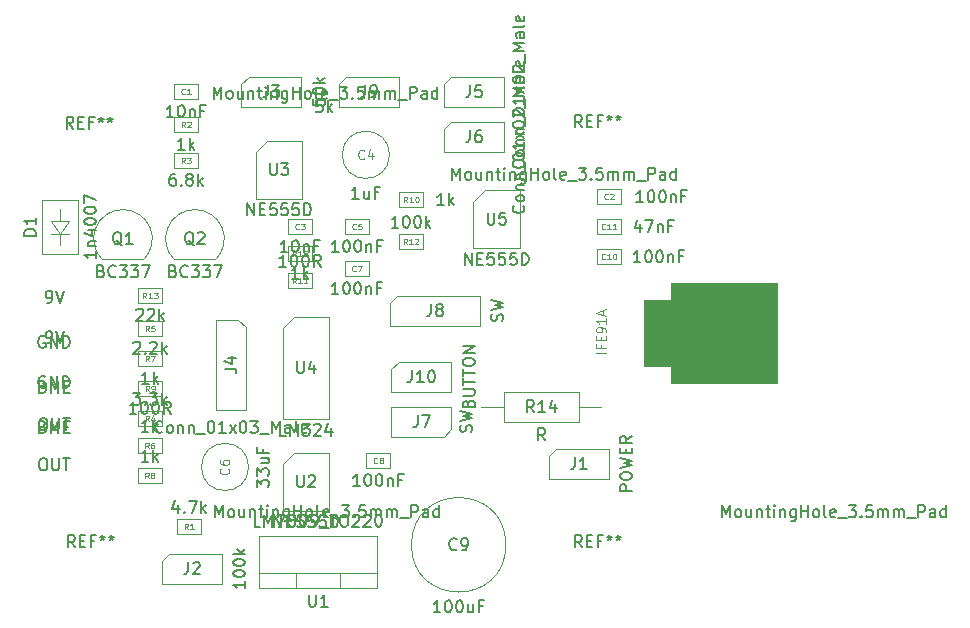
<source format=gbr>
%TF.GenerationSoftware,KiCad,Pcbnew,5.1.9-73d0e3b20d~88~ubuntu20.04.1*%
%TF.CreationDate,2021-04-18T23:12:54+02:00*%
%TF.ProjectId,interrupter,696e7465-7272-4757-9074-65722e6b6963,rev?*%
%TF.SameCoordinates,Original*%
%TF.FileFunction,Other,Fab,Top*%
%FSLAX46Y46*%
G04 Gerber Fmt 4.6, Leading zero omitted, Abs format (unit mm)*
G04 Created by KiCad (PCBNEW 5.1.9-73d0e3b20d~88~ubuntu20.04.1) date 2021-04-18 23:12:54*
%MOMM*%
%LPD*%
G01*
G04 APERTURE LIST*
%ADD10C,0.100000*%
%ADD11C,0.010000*%
%ADD12C,0.150000*%
%ADD13C,0.015000*%
%ADD14C,0.080000*%
%ADD15C,0.120000*%
G04 APERTURE END LIST*
D10*
%TO.C,D1*%
X177268000Y-86600000D02*
X177268000Y-91200000D01*
X177268000Y-91200000D02*
X174268000Y-91200000D01*
X174268000Y-86600000D02*
X177268000Y-86600000D01*
X174268000Y-86600000D02*
X174268000Y-91200000D01*
X175769020Y-89549440D02*
X175769020Y-90451140D01*
X175769020Y-88398820D02*
X175769020Y-87400600D01*
X174968920Y-89549440D02*
X176569120Y-89549440D01*
X176518320Y-88398820D02*
X174968920Y-88398820D01*
X175769020Y-89549440D02*
X176518320Y-88398820D01*
X175769020Y-89549440D02*
X174968920Y-88398820D01*
%TO.C,J2*%
X189484000Y-119126000D02*
X184404000Y-119126000D01*
X189484000Y-116586000D02*
X189484000Y-119126000D01*
X185039000Y-116586000D02*
X189484000Y-116586000D01*
X184404000Y-117221000D02*
X185039000Y-116586000D01*
X184404000Y-119126000D02*
X184404000Y-117221000D01*
%TO.C,J3*%
X196215000Y-78740000D02*
X191135000Y-78740000D01*
X196215000Y-76200000D02*
X196215000Y-78740000D01*
X191770000Y-76200000D02*
X196215000Y-76200000D01*
X191135000Y-76835000D02*
X191770000Y-76200000D01*
X191135000Y-78740000D02*
X191135000Y-76835000D01*
D11*
%TO.C,U6*%
G36*
X236515000Y-93684750D02*
G01*
X236515000Y-102090000D01*
X227522560Y-102090000D01*
X227522560Y-93684750D01*
X236515000Y-93684750D01*
G37*
X236515000Y-93684750D02*
X236515000Y-102090000D01*
X227522560Y-102090000D01*
X227522560Y-93684750D01*
X236515000Y-93684750D01*
G36*
X236515000Y-95087800D02*
G01*
X236515000Y-100690000D01*
X225217940Y-100690000D01*
X225217940Y-95087800D01*
X236515000Y-95087800D01*
G37*
X236515000Y-95087800D02*
X236515000Y-100690000D01*
X225217940Y-100690000D01*
X225217940Y-95087800D01*
X236515000Y-95087800D01*
D10*
%TO.C,U5*%
X210775000Y-86790000D02*
X211750000Y-85815000D01*
X210775000Y-90715000D02*
X210775000Y-86790000D01*
X214675000Y-90715000D02*
X210775000Y-90715000D01*
X214675000Y-85815000D02*
X214675000Y-90715000D01*
X211750000Y-85815000D02*
X214675000Y-85815000D01*
%TO.C,U4*%
X194646000Y-97488000D02*
X195621000Y-96513000D01*
X194646000Y-105163000D02*
X194646000Y-97488000D01*
X198546000Y-105163000D02*
X194646000Y-105163000D01*
X198546000Y-96513000D02*
X198546000Y-105163000D01*
X195621000Y-96513000D02*
X198546000Y-96513000D01*
%TO.C,U3*%
X192360000Y-82599000D02*
X193335000Y-81624000D01*
X192360000Y-86524000D02*
X192360000Y-82599000D01*
X196260000Y-86524000D02*
X192360000Y-86524000D01*
X196260000Y-81624000D02*
X196260000Y-86524000D01*
X193335000Y-81624000D02*
X196260000Y-81624000D01*
%TO.C,U2*%
X194646000Y-109015000D02*
X195621000Y-108040000D01*
X194646000Y-112940000D02*
X194646000Y-109015000D01*
X198546000Y-112940000D02*
X194646000Y-112940000D01*
X198546000Y-108040000D02*
X198546000Y-112940000D01*
X195621000Y-108040000D02*
X198546000Y-108040000D01*
%TO.C,U1*%
X195762000Y-119482000D02*
X195762000Y-118212000D01*
X199462000Y-119482000D02*
X199462000Y-118212000D01*
X202612000Y-118212000D02*
X192612000Y-118212000D01*
X192612000Y-119482000D02*
X202612000Y-119482000D01*
X192612000Y-115082000D02*
X192612000Y-119482000D01*
X202612000Y-115082000D02*
X192612000Y-115082000D01*
X202612000Y-119482000D02*
X202612000Y-115082000D01*
%TO.C,R15*%
X197088000Y-91811000D02*
X195088000Y-91811000D01*
X197088000Y-90561000D02*
X197088000Y-91811000D01*
X195088000Y-90561000D02*
X197088000Y-90561000D01*
X195088000Y-91811000D02*
X195088000Y-90561000D01*
%TO.C,R14*%
X221615000Y-104140000D02*
X219685000Y-104140000D01*
X211455000Y-104140000D02*
X213385000Y-104140000D01*
X219685000Y-102890000D02*
X213385000Y-102890000D01*
X219685000Y-105390000D02*
X219685000Y-102890000D01*
X213385000Y-105390000D02*
X219685000Y-105390000D01*
X213385000Y-102890000D02*
X213385000Y-105390000D01*
%TO.C,R13*%
X184404000Y-95367000D02*
X182404000Y-95367000D01*
X184404000Y-94117000D02*
X184404000Y-95367000D01*
X182404000Y-94117000D02*
X184404000Y-94117000D01*
X182404000Y-95367000D02*
X182404000Y-94117000D01*
%TO.C,R12*%
X204486000Y-89545000D02*
X206486000Y-89545000D01*
X204486000Y-90795000D02*
X204486000Y-89545000D01*
X206486000Y-90795000D02*
X204486000Y-90795000D01*
X206486000Y-89545000D02*
X206486000Y-90795000D01*
%TO.C,R11*%
X195088000Y-92847000D02*
X197088000Y-92847000D01*
X195088000Y-94097000D02*
X195088000Y-92847000D01*
X197088000Y-94097000D02*
X195088000Y-94097000D01*
X197088000Y-92847000D02*
X197088000Y-94097000D01*
%TO.C,R10*%
X204502000Y-85989000D02*
X206502000Y-85989000D01*
X204502000Y-87239000D02*
X204502000Y-85989000D01*
X206502000Y-87239000D02*
X204502000Y-87239000D01*
X206502000Y-85989000D02*
X206502000Y-87239000D01*
%TO.C,R9*%
X184404000Y-103241000D02*
X182404000Y-103241000D01*
X184404000Y-101991000D02*
X184404000Y-103241000D01*
X182404000Y-101991000D02*
X184404000Y-101991000D01*
X182404000Y-103241000D02*
X182404000Y-101991000D01*
%TO.C,R8*%
X182372000Y-109357000D02*
X184372000Y-109357000D01*
X182372000Y-110607000D02*
X182372000Y-109357000D01*
X184372000Y-110607000D02*
X182372000Y-110607000D01*
X184372000Y-109357000D02*
X184372000Y-110607000D01*
%TO.C,R7*%
X184388000Y-100701000D02*
X182388000Y-100701000D01*
X184388000Y-99451000D02*
X184388000Y-100701000D01*
X182388000Y-99451000D02*
X184388000Y-99451000D01*
X182388000Y-100701000D02*
X182388000Y-99451000D01*
%TO.C,R6*%
X182372000Y-106817000D02*
X184372000Y-106817000D01*
X182372000Y-108067000D02*
X182372000Y-106817000D01*
X184372000Y-108067000D02*
X182372000Y-108067000D01*
X184372000Y-106817000D02*
X184372000Y-108067000D01*
%TO.C,R5*%
X184388000Y-98161000D02*
X182388000Y-98161000D01*
X184388000Y-96911000D02*
X184388000Y-98161000D01*
X182388000Y-96911000D02*
X184388000Y-96911000D01*
X182388000Y-98161000D02*
X182388000Y-96911000D01*
%TO.C,R4*%
X182388000Y-104531000D02*
X184388000Y-104531000D01*
X182388000Y-105781000D02*
X182388000Y-104531000D01*
X184388000Y-105781000D02*
X182388000Y-105781000D01*
X184388000Y-104531000D02*
X184388000Y-105781000D01*
%TO.C,R3*%
X187436000Y-83937000D02*
X185436000Y-83937000D01*
X187436000Y-82687000D02*
X187436000Y-83937000D01*
X185436000Y-82687000D02*
X187436000Y-82687000D01*
X185436000Y-83937000D02*
X185436000Y-82687000D01*
%TO.C,R2*%
X187452000Y-80889000D02*
X185452000Y-80889000D01*
X187452000Y-79639000D02*
X187452000Y-80889000D01*
X185452000Y-79639000D02*
X187452000Y-79639000D01*
X185452000Y-80889000D02*
X185452000Y-79639000D01*
%TO.C,R1*%
X185690000Y-113675000D02*
X187690000Y-113675000D01*
X185690000Y-114925000D02*
X185690000Y-113675000D01*
X187690000Y-114925000D02*
X185690000Y-114925000D01*
X187690000Y-113675000D02*
X187690000Y-114925000D01*
%TO.C,Q2*%
X185428000Y-91666000D02*
X188928000Y-91666000D01*
X185444375Y-91669625D02*
G75*
G02*
X187198000Y-87436000I1753625J1753625D01*
G01*
X188951625Y-91669625D02*
G75*
G03*
X187198000Y-87436000I-1753625J1753625D01*
G01*
%TO.C,Q1*%
X179332000Y-91666000D02*
X182832000Y-91666000D01*
X179348375Y-91669625D02*
G75*
G02*
X181102000Y-87436000I1753625J1753625D01*
G01*
X182855625Y-91669625D02*
G75*
G03*
X181102000Y-87436000I-1753625J1753625D01*
G01*
%TO.C,J10*%
X208915000Y-102870000D02*
X203835000Y-102870000D01*
X208915000Y-100330000D02*
X208915000Y-102870000D01*
X204470000Y-100330000D02*
X208915000Y-100330000D01*
X203835000Y-100965000D02*
X204470000Y-100330000D01*
X203835000Y-102870000D02*
X203835000Y-100965000D01*
%TO.C,J8*%
X211328000Y-97282000D02*
X203708000Y-97282000D01*
X211328000Y-94742000D02*
X211328000Y-97282000D01*
X204343000Y-94742000D02*
X211328000Y-94742000D01*
X203708000Y-95377000D02*
X204343000Y-94742000D01*
X203708000Y-97282000D02*
X203708000Y-95377000D01*
%TO.C,J7*%
X203835000Y-104140000D02*
X208915000Y-104140000D01*
X203835000Y-106680000D02*
X203835000Y-104140000D01*
X208280000Y-106680000D02*
X203835000Y-106680000D01*
X208915000Y-106045000D02*
X208280000Y-106680000D01*
X208915000Y-104140000D02*
X208915000Y-106045000D01*
%TO.C,J6*%
X213360000Y-82550000D02*
X208280000Y-82550000D01*
X213360000Y-80010000D02*
X213360000Y-82550000D01*
X208915000Y-80010000D02*
X213360000Y-80010000D01*
X208280000Y-80645000D02*
X208915000Y-80010000D01*
X208280000Y-82550000D02*
X208280000Y-80645000D01*
%TO.C,J5*%
X213360000Y-78740000D02*
X208280000Y-78740000D01*
X213360000Y-76200000D02*
X213360000Y-78740000D01*
X208915000Y-76200000D02*
X213360000Y-76200000D01*
X208280000Y-76835000D02*
X208915000Y-76200000D01*
X208280000Y-78740000D02*
X208280000Y-76835000D01*
%TO.C,J4*%
X188976000Y-104394000D02*
X188976000Y-96774000D01*
X191516000Y-104394000D02*
X188976000Y-104394000D01*
X191516000Y-97409000D02*
X191516000Y-104394000D01*
X190881000Y-96774000D02*
X191516000Y-97409000D01*
X188976000Y-96774000D02*
X190881000Y-96774000D01*
%TO.C,J1*%
X222250000Y-110236000D02*
X217170000Y-110236000D01*
X222250000Y-107696000D02*
X222250000Y-110236000D01*
X217805000Y-107696000D02*
X222250000Y-107696000D01*
X217170000Y-108331000D02*
X217805000Y-107696000D01*
X217170000Y-110236000D02*
X217170000Y-108331000D01*
%TO.C,C11*%
X221250000Y-88275000D02*
X223250000Y-88275000D01*
X221250000Y-89525000D02*
X221250000Y-88275000D01*
X223250000Y-89525000D02*
X221250000Y-89525000D01*
X223250000Y-88275000D02*
X223250000Y-89525000D01*
%TO.C,C10*%
X223250000Y-92065000D02*
X221250000Y-92065000D01*
X223250000Y-90815000D02*
X223250000Y-92065000D01*
X221250000Y-90815000D02*
X223250000Y-90815000D01*
X221250000Y-92065000D02*
X221250000Y-90815000D01*
%TO.C,C9*%
X213522000Y-115824000D02*
G75*
G03*
X213522000Y-115824000I-4000000J0D01*
G01*
%TO.C,C8*%
X203713500Y-109337000D02*
X201713500Y-109337000D01*
X203713500Y-108087000D02*
X203713500Y-109337000D01*
X201713500Y-108087000D02*
X203713500Y-108087000D01*
X201713500Y-109337000D02*
X201713500Y-108087000D01*
%TO.C,C7*%
X201892500Y-93081000D02*
X199892500Y-93081000D01*
X201892500Y-91831000D02*
X201892500Y-93081000D01*
X199892500Y-91831000D02*
X201892500Y-91831000D01*
X199892500Y-93081000D02*
X199892500Y-91831000D01*
%TO.C,C6*%
X191738000Y-109232000D02*
G75*
G03*
X191738000Y-109232000I-2000000J0D01*
G01*
%TO.C,C5*%
X201914000Y-89525000D02*
X199914000Y-89525000D01*
X201914000Y-88275000D02*
X201914000Y-89525000D01*
X199914000Y-88275000D02*
X201914000Y-88275000D01*
X199914000Y-89525000D02*
X199914000Y-88275000D01*
%TO.C,C4*%
X203664000Y-82804000D02*
G75*
G03*
X203664000Y-82804000I-2000000J0D01*
G01*
%TO.C,C3*%
X197088000Y-89525000D02*
X195088000Y-89525000D01*
X197088000Y-88275000D02*
X197088000Y-89525000D01*
X195088000Y-88275000D02*
X197088000Y-88275000D01*
X195088000Y-89525000D02*
X195088000Y-88275000D01*
%TO.C,C2*%
X223250000Y-86985000D02*
X221250000Y-86985000D01*
X223250000Y-85735000D02*
X223250000Y-86985000D01*
X221250000Y-85735000D02*
X223250000Y-85735000D01*
X221250000Y-86985000D02*
X221250000Y-85735000D01*
%TO.C,C1*%
X187436000Y-78095000D02*
X185436000Y-78095000D01*
X187436000Y-76845000D02*
X187436000Y-78095000D01*
X185436000Y-76845000D02*
X187436000Y-76845000D01*
X185436000Y-78095000D02*
X185436000Y-76845000D01*
%TO.C,J9*%
X204470000Y-78740000D02*
X199390000Y-78740000D01*
X204470000Y-76200000D02*
X204470000Y-78740000D01*
X200025000Y-76200000D02*
X204470000Y-76200000D01*
X199390000Y-76835000D02*
X200025000Y-76200000D01*
X199390000Y-78740000D02*
X199390000Y-76835000D01*
%TD*%
%TO.C,D1*%
D12*
X178820380Y-90971428D02*
X178820380Y-91542857D01*
X178820380Y-91257142D02*
X177820380Y-91257142D01*
X177963238Y-91352380D01*
X178058476Y-91447619D01*
X178106095Y-91542857D01*
X178153714Y-90542857D02*
X178820380Y-90542857D01*
X178248952Y-90542857D02*
X178201333Y-90495238D01*
X178153714Y-90400000D01*
X178153714Y-90257142D01*
X178201333Y-90161904D01*
X178296571Y-90114285D01*
X178820380Y-90114285D01*
X178153714Y-89209523D02*
X178820380Y-89209523D01*
X177772761Y-89447619D02*
X178487047Y-89685714D01*
X178487047Y-89066666D01*
X177820380Y-88495238D02*
X177820380Y-88400000D01*
X177868000Y-88304761D01*
X177915619Y-88257142D01*
X178010857Y-88209523D01*
X178201333Y-88161904D01*
X178439428Y-88161904D01*
X178629904Y-88209523D01*
X178725142Y-88257142D01*
X178772761Y-88304761D01*
X178820380Y-88400000D01*
X178820380Y-88495238D01*
X178772761Y-88590476D01*
X178725142Y-88638095D01*
X178629904Y-88685714D01*
X178439428Y-88733333D01*
X178201333Y-88733333D01*
X178010857Y-88685714D01*
X177915619Y-88638095D01*
X177868000Y-88590476D01*
X177820380Y-88495238D01*
X177820380Y-87542857D02*
X177820380Y-87447619D01*
X177868000Y-87352380D01*
X177915619Y-87304761D01*
X178010857Y-87257142D01*
X178201333Y-87209523D01*
X178439428Y-87209523D01*
X178629904Y-87257142D01*
X178725142Y-87304761D01*
X178772761Y-87352380D01*
X178820380Y-87447619D01*
X178820380Y-87542857D01*
X178772761Y-87638095D01*
X178725142Y-87685714D01*
X178629904Y-87733333D01*
X178439428Y-87780952D01*
X178201333Y-87780952D01*
X178010857Y-87733333D01*
X177915619Y-87685714D01*
X177868000Y-87638095D01*
X177820380Y-87542857D01*
X177820380Y-86876190D02*
X177820380Y-86209523D01*
X178820380Y-86638095D01*
X173720380Y-89638095D02*
X172720380Y-89638095D01*
X172720380Y-89400000D01*
X172768000Y-89257142D01*
X172863238Y-89161904D01*
X172958476Y-89114285D01*
X173148952Y-89066666D01*
X173291809Y-89066666D01*
X173482285Y-89114285D01*
X173577523Y-89161904D01*
X173672761Y-89257142D01*
X173720380Y-89400000D01*
X173720380Y-89638095D01*
X173720380Y-88114285D02*
X173720380Y-88685714D01*
X173720380Y-88400000D02*
X172720380Y-88400000D01*
X172863238Y-88495238D01*
X172958476Y-88590476D01*
X173006095Y-88685714D01*
%TO.C,OUT*%
X174260000Y-108517380D02*
X174450476Y-108517380D01*
X174545714Y-108565000D01*
X174640952Y-108660238D01*
X174688571Y-108850714D01*
X174688571Y-109184047D01*
X174640952Y-109374523D01*
X174545714Y-109469761D01*
X174450476Y-109517380D01*
X174260000Y-109517380D01*
X174164761Y-109469761D01*
X174069523Y-109374523D01*
X174021904Y-109184047D01*
X174021904Y-108850714D01*
X174069523Y-108660238D01*
X174164761Y-108565000D01*
X174260000Y-108517380D01*
X175117142Y-108517380D02*
X175117142Y-109326904D01*
X175164761Y-109422142D01*
X175212380Y-109469761D01*
X175307619Y-109517380D01*
X175498095Y-109517380D01*
X175593333Y-109469761D01*
X175640952Y-109422142D01*
X175688571Y-109326904D01*
X175688571Y-108517380D01*
X176021904Y-108517380D02*
X176593333Y-108517380D01*
X176307619Y-109517380D02*
X176307619Y-108517380D01*
X174260000Y-105117380D02*
X174450476Y-105117380D01*
X174545714Y-105165000D01*
X174640952Y-105260238D01*
X174688571Y-105450714D01*
X174688571Y-105784047D01*
X174640952Y-105974523D01*
X174545714Y-106069761D01*
X174450476Y-106117380D01*
X174260000Y-106117380D01*
X174164761Y-106069761D01*
X174069523Y-105974523D01*
X174021904Y-105784047D01*
X174021904Y-105450714D01*
X174069523Y-105260238D01*
X174164761Y-105165000D01*
X174260000Y-105117380D01*
X175117142Y-105117380D02*
X175117142Y-105926904D01*
X175164761Y-106022142D01*
X175212380Y-106069761D01*
X175307619Y-106117380D01*
X175498095Y-106117380D01*
X175593333Y-106069761D01*
X175640952Y-106022142D01*
X175688571Y-105926904D01*
X175688571Y-105117380D01*
X176021904Y-105117380D02*
X176593333Y-105117380D01*
X176307619Y-106117380D02*
X176307619Y-105117380D01*
%TO.C,BME*%
X174307619Y-105818571D02*
X174450476Y-105866190D01*
X174498095Y-105913809D01*
X174545714Y-106009047D01*
X174545714Y-106151904D01*
X174498095Y-106247142D01*
X174450476Y-106294761D01*
X174355238Y-106342380D01*
X173974285Y-106342380D01*
X173974285Y-105342380D01*
X174307619Y-105342380D01*
X174402857Y-105390000D01*
X174450476Y-105437619D01*
X174498095Y-105532857D01*
X174498095Y-105628095D01*
X174450476Y-105723333D01*
X174402857Y-105770952D01*
X174307619Y-105818571D01*
X173974285Y-105818571D01*
X174974285Y-106342380D02*
X174974285Y-105342380D01*
X175307619Y-106056666D01*
X175640952Y-105342380D01*
X175640952Y-106342380D01*
X176117142Y-105818571D02*
X176450476Y-105818571D01*
X176593333Y-106342380D02*
X176117142Y-106342380D01*
X176117142Y-105342380D01*
X176593333Y-105342380D01*
X174307619Y-102418571D02*
X174450476Y-102466190D01*
X174498095Y-102513809D01*
X174545714Y-102609047D01*
X174545714Y-102751904D01*
X174498095Y-102847142D01*
X174450476Y-102894761D01*
X174355238Y-102942380D01*
X173974285Y-102942380D01*
X173974285Y-101942380D01*
X174307619Y-101942380D01*
X174402857Y-101990000D01*
X174450476Y-102037619D01*
X174498095Y-102132857D01*
X174498095Y-102228095D01*
X174450476Y-102323333D01*
X174402857Y-102370952D01*
X174307619Y-102418571D01*
X173974285Y-102418571D01*
X174974285Y-102942380D02*
X174974285Y-101942380D01*
X175307619Y-102656666D01*
X175640952Y-101942380D01*
X175640952Y-102942380D01*
X176117142Y-102418571D02*
X176450476Y-102418571D01*
X176593333Y-102942380D02*
X176117142Y-102942380D01*
X176117142Y-101942380D01*
X176593333Y-101942380D01*
%TO.C,9V*%
X174640952Y-98722380D02*
X174831428Y-98722380D01*
X174926666Y-98674761D01*
X174974285Y-98627142D01*
X175069523Y-98484285D01*
X175117142Y-98293809D01*
X175117142Y-97912857D01*
X175069523Y-97817619D01*
X175021904Y-97770000D01*
X174926666Y-97722380D01*
X174736190Y-97722380D01*
X174640952Y-97770000D01*
X174593333Y-97817619D01*
X174545714Y-97912857D01*
X174545714Y-98150952D01*
X174593333Y-98246190D01*
X174640952Y-98293809D01*
X174736190Y-98341428D01*
X174926666Y-98341428D01*
X175021904Y-98293809D01*
X175069523Y-98246190D01*
X175117142Y-98150952D01*
X175402857Y-97722380D02*
X175736190Y-98722380D01*
X176069523Y-97722380D01*
X174640952Y-95322380D02*
X174831428Y-95322380D01*
X174926666Y-95274761D01*
X174974285Y-95227142D01*
X175069523Y-95084285D01*
X175117142Y-94893809D01*
X175117142Y-94512857D01*
X175069523Y-94417619D01*
X175021904Y-94370000D01*
X174926666Y-94322380D01*
X174736190Y-94322380D01*
X174640952Y-94370000D01*
X174593333Y-94417619D01*
X174545714Y-94512857D01*
X174545714Y-94750952D01*
X174593333Y-94846190D01*
X174640952Y-94893809D01*
X174736190Y-94941428D01*
X174926666Y-94941428D01*
X175021904Y-94893809D01*
X175069523Y-94846190D01*
X175117142Y-94750952D01*
X175402857Y-94322380D02*
X175736190Y-95322380D01*
X176069523Y-94322380D01*
%TO.C,GND*%
X174498095Y-101580000D02*
X174402857Y-101532380D01*
X174260000Y-101532380D01*
X174117142Y-101580000D01*
X174021904Y-101675238D01*
X173974285Y-101770476D01*
X173926666Y-101960952D01*
X173926666Y-102103809D01*
X173974285Y-102294285D01*
X174021904Y-102389523D01*
X174117142Y-102484761D01*
X174260000Y-102532380D01*
X174355238Y-102532380D01*
X174498095Y-102484761D01*
X174545714Y-102437142D01*
X174545714Y-102103809D01*
X174355238Y-102103809D01*
X174974285Y-102532380D02*
X174974285Y-101532380D01*
X175545714Y-102532380D01*
X175545714Y-101532380D01*
X176021904Y-102532380D02*
X176021904Y-101532380D01*
X176260000Y-101532380D01*
X176402857Y-101580000D01*
X176498095Y-101675238D01*
X176545714Y-101770476D01*
X176593333Y-101960952D01*
X176593333Y-102103809D01*
X176545714Y-102294285D01*
X176498095Y-102389523D01*
X176402857Y-102484761D01*
X176260000Y-102532380D01*
X176021904Y-102532380D01*
X174498095Y-98180000D02*
X174402857Y-98132380D01*
X174260000Y-98132380D01*
X174117142Y-98180000D01*
X174021904Y-98275238D01*
X173974285Y-98370476D01*
X173926666Y-98560952D01*
X173926666Y-98703809D01*
X173974285Y-98894285D01*
X174021904Y-98989523D01*
X174117142Y-99084761D01*
X174260000Y-99132380D01*
X174355238Y-99132380D01*
X174498095Y-99084761D01*
X174545714Y-99037142D01*
X174545714Y-98703809D01*
X174355238Y-98703809D01*
X174974285Y-99132380D02*
X174974285Y-98132380D01*
X175545714Y-99132380D01*
X175545714Y-98132380D01*
X176021904Y-99132380D02*
X176021904Y-98132380D01*
X176260000Y-98132380D01*
X176402857Y-98180000D01*
X176498095Y-98275238D01*
X176545714Y-98370476D01*
X176593333Y-98560952D01*
X176593333Y-98703809D01*
X176545714Y-98894285D01*
X176498095Y-98989523D01*
X176402857Y-99084761D01*
X176260000Y-99132380D01*
X176021904Y-99132380D01*
%TO.C,J2*%
X191436380Y-118927428D02*
X191436380Y-119498857D01*
X191436380Y-119213142D02*
X190436380Y-119213142D01*
X190579238Y-119308380D01*
X190674476Y-119403619D01*
X190722095Y-119498857D01*
X190436380Y-118308380D02*
X190436380Y-118213142D01*
X190484000Y-118117904D01*
X190531619Y-118070285D01*
X190626857Y-118022666D01*
X190817333Y-117975047D01*
X191055428Y-117975047D01*
X191245904Y-118022666D01*
X191341142Y-118070285D01*
X191388761Y-118117904D01*
X191436380Y-118213142D01*
X191436380Y-118308380D01*
X191388761Y-118403619D01*
X191341142Y-118451238D01*
X191245904Y-118498857D01*
X191055428Y-118546476D01*
X190817333Y-118546476D01*
X190626857Y-118498857D01*
X190531619Y-118451238D01*
X190484000Y-118403619D01*
X190436380Y-118308380D01*
X190436380Y-117356000D02*
X190436380Y-117260761D01*
X190484000Y-117165523D01*
X190531619Y-117117904D01*
X190626857Y-117070285D01*
X190817333Y-117022666D01*
X191055428Y-117022666D01*
X191245904Y-117070285D01*
X191341142Y-117117904D01*
X191388761Y-117165523D01*
X191436380Y-117260761D01*
X191436380Y-117356000D01*
X191388761Y-117451238D01*
X191341142Y-117498857D01*
X191245904Y-117546476D01*
X191055428Y-117594095D01*
X190817333Y-117594095D01*
X190626857Y-117546476D01*
X190531619Y-117498857D01*
X190484000Y-117451238D01*
X190436380Y-117356000D01*
X191436380Y-116594095D02*
X190436380Y-116594095D01*
X191055428Y-116498857D02*
X191436380Y-116213142D01*
X190769714Y-116213142D02*
X191150666Y-116594095D01*
X186610666Y-117308380D02*
X186610666Y-118022666D01*
X186563047Y-118165523D01*
X186467809Y-118260761D01*
X186324952Y-118308380D01*
X186229714Y-118308380D01*
X187039238Y-117403619D02*
X187086857Y-117356000D01*
X187182095Y-117308380D01*
X187420190Y-117308380D01*
X187515428Y-117356000D01*
X187563047Y-117403619D01*
X187610666Y-117498857D01*
X187610666Y-117594095D01*
X187563047Y-117736952D01*
X186991619Y-118308380D01*
X187610666Y-118308380D01*
%TO.C,REF\u002A\u002A*%
X231823809Y-113482380D02*
X231823809Y-112482380D01*
X232157142Y-113196666D01*
X232490476Y-112482380D01*
X232490476Y-113482380D01*
X233109523Y-113482380D02*
X233014285Y-113434761D01*
X232966666Y-113387142D01*
X232919047Y-113291904D01*
X232919047Y-113006190D01*
X232966666Y-112910952D01*
X233014285Y-112863333D01*
X233109523Y-112815714D01*
X233252380Y-112815714D01*
X233347619Y-112863333D01*
X233395238Y-112910952D01*
X233442857Y-113006190D01*
X233442857Y-113291904D01*
X233395238Y-113387142D01*
X233347619Y-113434761D01*
X233252380Y-113482380D01*
X233109523Y-113482380D01*
X234300000Y-112815714D02*
X234300000Y-113482380D01*
X233871428Y-112815714D02*
X233871428Y-113339523D01*
X233919047Y-113434761D01*
X234014285Y-113482380D01*
X234157142Y-113482380D01*
X234252380Y-113434761D01*
X234300000Y-113387142D01*
X234776190Y-112815714D02*
X234776190Y-113482380D01*
X234776190Y-112910952D02*
X234823809Y-112863333D01*
X234919047Y-112815714D01*
X235061904Y-112815714D01*
X235157142Y-112863333D01*
X235204761Y-112958571D01*
X235204761Y-113482380D01*
X235538095Y-112815714D02*
X235919047Y-112815714D01*
X235680952Y-112482380D02*
X235680952Y-113339523D01*
X235728571Y-113434761D01*
X235823809Y-113482380D01*
X235919047Y-113482380D01*
X236252380Y-113482380D02*
X236252380Y-112815714D01*
X236252380Y-112482380D02*
X236204761Y-112530000D01*
X236252380Y-112577619D01*
X236300000Y-112530000D01*
X236252380Y-112482380D01*
X236252380Y-112577619D01*
X236728571Y-112815714D02*
X236728571Y-113482380D01*
X236728571Y-112910952D02*
X236776190Y-112863333D01*
X236871428Y-112815714D01*
X237014285Y-112815714D01*
X237109523Y-112863333D01*
X237157142Y-112958571D01*
X237157142Y-113482380D01*
X238061904Y-112815714D02*
X238061904Y-113625238D01*
X238014285Y-113720476D01*
X237966666Y-113768095D01*
X237871428Y-113815714D01*
X237728571Y-113815714D01*
X237633333Y-113768095D01*
X238061904Y-113434761D02*
X237966666Y-113482380D01*
X237776190Y-113482380D01*
X237680952Y-113434761D01*
X237633333Y-113387142D01*
X237585714Y-113291904D01*
X237585714Y-113006190D01*
X237633333Y-112910952D01*
X237680952Y-112863333D01*
X237776190Y-112815714D01*
X237966666Y-112815714D01*
X238061904Y-112863333D01*
X238538095Y-113482380D02*
X238538095Y-112482380D01*
X238538095Y-112958571D02*
X239109523Y-112958571D01*
X239109523Y-113482380D02*
X239109523Y-112482380D01*
X239728571Y-113482380D02*
X239633333Y-113434761D01*
X239585714Y-113387142D01*
X239538095Y-113291904D01*
X239538095Y-113006190D01*
X239585714Y-112910952D01*
X239633333Y-112863333D01*
X239728571Y-112815714D01*
X239871428Y-112815714D01*
X239966666Y-112863333D01*
X240014285Y-112910952D01*
X240061904Y-113006190D01*
X240061904Y-113291904D01*
X240014285Y-113387142D01*
X239966666Y-113434761D01*
X239871428Y-113482380D01*
X239728571Y-113482380D01*
X240633333Y-113482380D02*
X240538095Y-113434761D01*
X240490476Y-113339523D01*
X240490476Y-112482380D01*
X241395238Y-113434761D02*
X241300000Y-113482380D01*
X241109523Y-113482380D01*
X241014285Y-113434761D01*
X240966666Y-113339523D01*
X240966666Y-112958571D01*
X241014285Y-112863333D01*
X241109523Y-112815714D01*
X241300000Y-112815714D01*
X241395238Y-112863333D01*
X241442857Y-112958571D01*
X241442857Y-113053809D01*
X240966666Y-113149047D01*
X241633333Y-113577619D02*
X242395238Y-113577619D01*
X242538095Y-112482380D02*
X243157142Y-112482380D01*
X242823809Y-112863333D01*
X242966666Y-112863333D01*
X243061904Y-112910952D01*
X243109523Y-112958571D01*
X243157142Y-113053809D01*
X243157142Y-113291904D01*
X243109523Y-113387142D01*
X243061904Y-113434761D01*
X242966666Y-113482380D01*
X242680952Y-113482380D01*
X242585714Y-113434761D01*
X242538095Y-113387142D01*
X243585714Y-113387142D02*
X243633333Y-113434761D01*
X243585714Y-113482380D01*
X243538095Y-113434761D01*
X243585714Y-113387142D01*
X243585714Y-113482380D01*
X244538095Y-112482380D02*
X244061904Y-112482380D01*
X244014285Y-112958571D01*
X244061904Y-112910952D01*
X244157142Y-112863333D01*
X244395238Y-112863333D01*
X244490476Y-112910952D01*
X244538095Y-112958571D01*
X244585714Y-113053809D01*
X244585714Y-113291904D01*
X244538095Y-113387142D01*
X244490476Y-113434761D01*
X244395238Y-113482380D01*
X244157142Y-113482380D01*
X244061904Y-113434761D01*
X244014285Y-113387142D01*
X245014285Y-113482380D02*
X245014285Y-112815714D01*
X245014285Y-112910952D02*
X245061904Y-112863333D01*
X245157142Y-112815714D01*
X245300000Y-112815714D01*
X245395238Y-112863333D01*
X245442857Y-112958571D01*
X245442857Y-113482380D01*
X245442857Y-112958571D02*
X245490476Y-112863333D01*
X245585714Y-112815714D01*
X245728571Y-112815714D01*
X245823809Y-112863333D01*
X245871428Y-112958571D01*
X245871428Y-113482380D01*
X246347619Y-113482380D02*
X246347619Y-112815714D01*
X246347619Y-112910952D02*
X246395238Y-112863333D01*
X246490476Y-112815714D01*
X246633333Y-112815714D01*
X246728571Y-112863333D01*
X246776190Y-112958571D01*
X246776190Y-113482380D01*
X246776190Y-112958571D02*
X246823809Y-112863333D01*
X246919047Y-112815714D01*
X247061904Y-112815714D01*
X247157142Y-112863333D01*
X247204761Y-112958571D01*
X247204761Y-113482380D01*
X247442857Y-113577619D02*
X248204761Y-113577619D01*
X248442857Y-113482380D02*
X248442857Y-112482380D01*
X248823809Y-112482380D01*
X248919047Y-112530000D01*
X248966666Y-112577619D01*
X249014285Y-112672857D01*
X249014285Y-112815714D01*
X248966666Y-112910952D01*
X248919047Y-112958571D01*
X248823809Y-113006190D01*
X248442857Y-113006190D01*
X249871428Y-113482380D02*
X249871428Y-112958571D01*
X249823809Y-112863333D01*
X249728571Y-112815714D01*
X249538095Y-112815714D01*
X249442857Y-112863333D01*
X249871428Y-113434761D02*
X249776190Y-113482380D01*
X249538095Y-113482380D01*
X249442857Y-113434761D01*
X249395238Y-113339523D01*
X249395238Y-113244285D01*
X249442857Y-113149047D01*
X249538095Y-113101428D01*
X249776190Y-113101428D01*
X249871428Y-113053809D01*
X250776190Y-113482380D02*
X250776190Y-112482380D01*
X250776190Y-113434761D02*
X250680952Y-113482380D01*
X250490476Y-113482380D01*
X250395238Y-113434761D01*
X250347619Y-113387142D01*
X250300000Y-113291904D01*
X250300000Y-113006190D01*
X250347619Y-112910952D01*
X250395238Y-112863333D01*
X250490476Y-112815714D01*
X250680952Y-112815714D01*
X250776190Y-112863333D01*
X219946666Y-116022380D02*
X219613333Y-115546190D01*
X219375238Y-116022380D02*
X219375238Y-115022380D01*
X219756190Y-115022380D01*
X219851428Y-115070000D01*
X219899047Y-115117619D01*
X219946666Y-115212857D01*
X219946666Y-115355714D01*
X219899047Y-115450952D01*
X219851428Y-115498571D01*
X219756190Y-115546190D01*
X219375238Y-115546190D01*
X220375238Y-115498571D02*
X220708571Y-115498571D01*
X220851428Y-116022380D02*
X220375238Y-116022380D01*
X220375238Y-115022380D01*
X220851428Y-115022380D01*
X221613333Y-115498571D02*
X221280000Y-115498571D01*
X221280000Y-116022380D02*
X221280000Y-115022380D01*
X221756190Y-115022380D01*
X222280000Y-115022380D02*
X222280000Y-115260476D01*
X222041904Y-115165238D02*
X222280000Y-115260476D01*
X222518095Y-115165238D01*
X222137142Y-115450952D02*
X222280000Y-115260476D01*
X222422857Y-115450952D01*
X223041904Y-115022380D02*
X223041904Y-115260476D01*
X222803809Y-115165238D02*
X223041904Y-115260476D01*
X223280000Y-115165238D01*
X222899047Y-115450952D02*
X223041904Y-115260476D01*
X223184761Y-115450952D01*
X188897809Y-113482380D02*
X188897809Y-112482380D01*
X189231142Y-113196666D01*
X189564476Y-112482380D01*
X189564476Y-113482380D01*
X190183523Y-113482380D02*
X190088285Y-113434761D01*
X190040666Y-113387142D01*
X189993047Y-113291904D01*
X189993047Y-113006190D01*
X190040666Y-112910952D01*
X190088285Y-112863333D01*
X190183523Y-112815714D01*
X190326380Y-112815714D01*
X190421619Y-112863333D01*
X190469238Y-112910952D01*
X190516857Y-113006190D01*
X190516857Y-113291904D01*
X190469238Y-113387142D01*
X190421619Y-113434761D01*
X190326380Y-113482380D01*
X190183523Y-113482380D01*
X191374000Y-112815714D02*
X191374000Y-113482380D01*
X190945428Y-112815714D02*
X190945428Y-113339523D01*
X190993047Y-113434761D01*
X191088285Y-113482380D01*
X191231142Y-113482380D01*
X191326380Y-113434761D01*
X191374000Y-113387142D01*
X191850190Y-112815714D02*
X191850190Y-113482380D01*
X191850190Y-112910952D02*
X191897809Y-112863333D01*
X191993047Y-112815714D01*
X192135904Y-112815714D01*
X192231142Y-112863333D01*
X192278761Y-112958571D01*
X192278761Y-113482380D01*
X192612095Y-112815714D02*
X192993047Y-112815714D01*
X192754952Y-112482380D02*
X192754952Y-113339523D01*
X192802571Y-113434761D01*
X192897809Y-113482380D01*
X192993047Y-113482380D01*
X193326380Y-113482380D02*
X193326380Y-112815714D01*
X193326380Y-112482380D02*
X193278761Y-112530000D01*
X193326380Y-112577619D01*
X193374000Y-112530000D01*
X193326380Y-112482380D01*
X193326380Y-112577619D01*
X193802571Y-112815714D02*
X193802571Y-113482380D01*
X193802571Y-112910952D02*
X193850190Y-112863333D01*
X193945428Y-112815714D01*
X194088285Y-112815714D01*
X194183523Y-112863333D01*
X194231142Y-112958571D01*
X194231142Y-113482380D01*
X195135904Y-112815714D02*
X195135904Y-113625238D01*
X195088285Y-113720476D01*
X195040666Y-113768095D01*
X194945428Y-113815714D01*
X194802571Y-113815714D01*
X194707333Y-113768095D01*
X195135904Y-113434761D02*
X195040666Y-113482380D01*
X194850190Y-113482380D01*
X194754952Y-113434761D01*
X194707333Y-113387142D01*
X194659714Y-113291904D01*
X194659714Y-113006190D01*
X194707333Y-112910952D01*
X194754952Y-112863333D01*
X194850190Y-112815714D01*
X195040666Y-112815714D01*
X195135904Y-112863333D01*
X195612095Y-113482380D02*
X195612095Y-112482380D01*
X195612095Y-112958571D02*
X196183523Y-112958571D01*
X196183523Y-113482380D02*
X196183523Y-112482380D01*
X196802571Y-113482380D02*
X196707333Y-113434761D01*
X196659714Y-113387142D01*
X196612095Y-113291904D01*
X196612095Y-113006190D01*
X196659714Y-112910952D01*
X196707333Y-112863333D01*
X196802571Y-112815714D01*
X196945428Y-112815714D01*
X197040666Y-112863333D01*
X197088285Y-112910952D01*
X197135904Y-113006190D01*
X197135904Y-113291904D01*
X197088285Y-113387142D01*
X197040666Y-113434761D01*
X196945428Y-113482380D01*
X196802571Y-113482380D01*
X197707333Y-113482380D02*
X197612095Y-113434761D01*
X197564476Y-113339523D01*
X197564476Y-112482380D01*
X198469238Y-113434761D02*
X198374000Y-113482380D01*
X198183523Y-113482380D01*
X198088285Y-113434761D01*
X198040666Y-113339523D01*
X198040666Y-112958571D01*
X198088285Y-112863333D01*
X198183523Y-112815714D01*
X198374000Y-112815714D01*
X198469238Y-112863333D01*
X198516857Y-112958571D01*
X198516857Y-113053809D01*
X198040666Y-113149047D01*
X198707333Y-113577619D02*
X199469238Y-113577619D01*
X199612095Y-112482380D02*
X200231142Y-112482380D01*
X199897809Y-112863333D01*
X200040666Y-112863333D01*
X200135904Y-112910952D01*
X200183523Y-112958571D01*
X200231142Y-113053809D01*
X200231142Y-113291904D01*
X200183523Y-113387142D01*
X200135904Y-113434761D01*
X200040666Y-113482380D01*
X199754952Y-113482380D01*
X199659714Y-113434761D01*
X199612095Y-113387142D01*
X200659714Y-113387142D02*
X200707333Y-113434761D01*
X200659714Y-113482380D01*
X200612095Y-113434761D01*
X200659714Y-113387142D01*
X200659714Y-113482380D01*
X201612095Y-112482380D02*
X201135904Y-112482380D01*
X201088285Y-112958571D01*
X201135904Y-112910952D01*
X201231142Y-112863333D01*
X201469238Y-112863333D01*
X201564476Y-112910952D01*
X201612095Y-112958571D01*
X201659714Y-113053809D01*
X201659714Y-113291904D01*
X201612095Y-113387142D01*
X201564476Y-113434761D01*
X201469238Y-113482380D01*
X201231142Y-113482380D01*
X201135904Y-113434761D01*
X201088285Y-113387142D01*
X202088285Y-113482380D02*
X202088285Y-112815714D01*
X202088285Y-112910952D02*
X202135904Y-112863333D01*
X202231142Y-112815714D01*
X202374000Y-112815714D01*
X202469238Y-112863333D01*
X202516857Y-112958571D01*
X202516857Y-113482380D01*
X202516857Y-112958571D02*
X202564476Y-112863333D01*
X202659714Y-112815714D01*
X202802571Y-112815714D01*
X202897809Y-112863333D01*
X202945428Y-112958571D01*
X202945428Y-113482380D01*
X203421619Y-113482380D02*
X203421619Y-112815714D01*
X203421619Y-112910952D02*
X203469238Y-112863333D01*
X203564476Y-112815714D01*
X203707333Y-112815714D01*
X203802571Y-112863333D01*
X203850190Y-112958571D01*
X203850190Y-113482380D01*
X203850190Y-112958571D02*
X203897809Y-112863333D01*
X203993047Y-112815714D01*
X204135904Y-112815714D01*
X204231142Y-112863333D01*
X204278761Y-112958571D01*
X204278761Y-113482380D01*
X204516857Y-113577619D02*
X205278761Y-113577619D01*
X205516857Y-113482380D02*
X205516857Y-112482380D01*
X205897809Y-112482380D01*
X205993047Y-112530000D01*
X206040666Y-112577619D01*
X206088285Y-112672857D01*
X206088285Y-112815714D01*
X206040666Y-112910952D01*
X205993047Y-112958571D01*
X205897809Y-113006190D01*
X205516857Y-113006190D01*
X206945428Y-113482380D02*
X206945428Y-112958571D01*
X206897809Y-112863333D01*
X206802571Y-112815714D01*
X206612095Y-112815714D01*
X206516857Y-112863333D01*
X206945428Y-113434761D02*
X206850190Y-113482380D01*
X206612095Y-113482380D01*
X206516857Y-113434761D01*
X206469238Y-113339523D01*
X206469238Y-113244285D01*
X206516857Y-113149047D01*
X206612095Y-113101428D01*
X206850190Y-113101428D01*
X206945428Y-113053809D01*
X207850190Y-113482380D02*
X207850190Y-112482380D01*
X207850190Y-113434761D02*
X207754952Y-113482380D01*
X207564476Y-113482380D01*
X207469238Y-113434761D01*
X207421619Y-113387142D01*
X207374000Y-113291904D01*
X207374000Y-113006190D01*
X207421619Y-112910952D01*
X207469238Y-112863333D01*
X207564476Y-112815714D01*
X207754952Y-112815714D01*
X207850190Y-112863333D01*
X177020666Y-116022380D02*
X176687333Y-115546190D01*
X176449238Y-116022380D02*
X176449238Y-115022380D01*
X176830190Y-115022380D01*
X176925428Y-115070000D01*
X176973047Y-115117619D01*
X177020666Y-115212857D01*
X177020666Y-115355714D01*
X176973047Y-115450952D01*
X176925428Y-115498571D01*
X176830190Y-115546190D01*
X176449238Y-115546190D01*
X177449238Y-115498571D02*
X177782571Y-115498571D01*
X177925428Y-116022380D02*
X177449238Y-116022380D01*
X177449238Y-115022380D01*
X177925428Y-115022380D01*
X178687333Y-115498571D02*
X178354000Y-115498571D01*
X178354000Y-116022380D02*
X178354000Y-115022380D01*
X178830190Y-115022380D01*
X179354000Y-115022380D02*
X179354000Y-115260476D01*
X179115904Y-115165238D02*
X179354000Y-115260476D01*
X179592095Y-115165238D01*
X179211142Y-115450952D02*
X179354000Y-115260476D01*
X179496857Y-115450952D01*
X180115904Y-115022380D02*
X180115904Y-115260476D01*
X179877809Y-115165238D02*
X180115904Y-115260476D01*
X180354000Y-115165238D01*
X179973047Y-115450952D02*
X180115904Y-115260476D01*
X180258761Y-115450952D01*
%TO.C,J3*%
X197167380Y-78112857D02*
X197167380Y-78589047D01*
X197643571Y-78636666D01*
X197595952Y-78589047D01*
X197548333Y-78493809D01*
X197548333Y-78255714D01*
X197595952Y-78160476D01*
X197643571Y-78112857D01*
X197738809Y-78065238D01*
X197976904Y-78065238D01*
X198072142Y-78112857D01*
X198119761Y-78160476D01*
X198167380Y-78255714D01*
X198167380Y-78493809D01*
X198119761Y-78589047D01*
X198072142Y-78636666D01*
X197167380Y-77446190D02*
X197167380Y-77350952D01*
X197215000Y-77255714D01*
X197262619Y-77208095D01*
X197357857Y-77160476D01*
X197548333Y-77112857D01*
X197786428Y-77112857D01*
X197976904Y-77160476D01*
X198072142Y-77208095D01*
X198119761Y-77255714D01*
X198167380Y-77350952D01*
X198167380Y-77446190D01*
X198119761Y-77541428D01*
X198072142Y-77589047D01*
X197976904Y-77636666D01*
X197786428Y-77684285D01*
X197548333Y-77684285D01*
X197357857Y-77636666D01*
X197262619Y-77589047D01*
X197215000Y-77541428D01*
X197167380Y-77446190D01*
X198167380Y-76684285D02*
X197167380Y-76684285D01*
X197786428Y-76589047D02*
X198167380Y-76303333D01*
X197500714Y-76303333D02*
X197881666Y-76684285D01*
X193341666Y-76922380D02*
X193341666Y-77636666D01*
X193294047Y-77779523D01*
X193198809Y-77874761D01*
X193055952Y-77922380D01*
X192960714Y-77922380D01*
X193722619Y-76922380D02*
X194341666Y-76922380D01*
X194008333Y-77303333D01*
X194151190Y-77303333D01*
X194246428Y-77350952D01*
X194294047Y-77398571D01*
X194341666Y-77493809D01*
X194341666Y-77731904D01*
X194294047Y-77827142D01*
X194246428Y-77874761D01*
X194151190Y-77922380D01*
X193865476Y-77922380D01*
X193770238Y-77874761D01*
X193722619Y-77827142D01*
%TO.C,REF\u002A\u002A*%
X188770809Y-78049380D02*
X188770809Y-77049380D01*
X189104142Y-77763666D01*
X189437476Y-77049380D01*
X189437476Y-78049380D01*
X190056523Y-78049380D02*
X189961285Y-78001761D01*
X189913666Y-77954142D01*
X189866047Y-77858904D01*
X189866047Y-77573190D01*
X189913666Y-77477952D01*
X189961285Y-77430333D01*
X190056523Y-77382714D01*
X190199380Y-77382714D01*
X190294619Y-77430333D01*
X190342238Y-77477952D01*
X190389857Y-77573190D01*
X190389857Y-77858904D01*
X190342238Y-77954142D01*
X190294619Y-78001761D01*
X190199380Y-78049380D01*
X190056523Y-78049380D01*
X191247000Y-77382714D02*
X191247000Y-78049380D01*
X190818428Y-77382714D02*
X190818428Y-77906523D01*
X190866047Y-78001761D01*
X190961285Y-78049380D01*
X191104142Y-78049380D01*
X191199380Y-78001761D01*
X191247000Y-77954142D01*
X191723190Y-77382714D02*
X191723190Y-78049380D01*
X191723190Y-77477952D02*
X191770809Y-77430333D01*
X191866047Y-77382714D01*
X192008904Y-77382714D01*
X192104142Y-77430333D01*
X192151761Y-77525571D01*
X192151761Y-78049380D01*
X192485095Y-77382714D02*
X192866047Y-77382714D01*
X192627952Y-77049380D02*
X192627952Y-77906523D01*
X192675571Y-78001761D01*
X192770809Y-78049380D01*
X192866047Y-78049380D01*
X193199380Y-78049380D02*
X193199380Y-77382714D01*
X193199380Y-77049380D02*
X193151761Y-77097000D01*
X193199380Y-77144619D01*
X193247000Y-77097000D01*
X193199380Y-77049380D01*
X193199380Y-77144619D01*
X193675571Y-77382714D02*
X193675571Y-78049380D01*
X193675571Y-77477952D02*
X193723190Y-77430333D01*
X193818428Y-77382714D01*
X193961285Y-77382714D01*
X194056523Y-77430333D01*
X194104142Y-77525571D01*
X194104142Y-78049380D01*
X195008904Y-77382714D02*
X195008904Y-78192238D01*
X194961285Y-78287476D01*
X194913666Y-78335095D01*
X194818428Y-78382714D01*
X194675571Y-78382714D01*
X194580333Y-78335095D01*
X195008904Y-78001761D02*
X194913666Y-78049380D01*
X194723190Y-78049380D01*
X194627952Y-78001761D01*
X194580333Y-77954142D01*
X194532714Y-77858904D01*
X194532714Y-77573190D01*
X194580333Y-77477952D01*
X194627952Y-77430333D01*
X194723190Y-77382714D01*
X194913666Y-77382714D01*
X195008904Y-77430333D01*
X195485095Y-78049380D02*
X195485095Y-77049380D01*
X195485095Y-77525571D02*
X196056523Y-77525571D01*
X196056523Y-78049380D02*
X196056523Y-77049380D01*
X196675571Y-78049380D02*
X196580333Y-78001761D01*
X196532714Y-77954142D01*
X196485095Y-77858904D01*
X196485095Y-77573190D01*
X196532714Y-77477952D01*
X196580333Y-77430333D01*
X196675571Y-77382714D01*
X196818428Y-77382714D01*
X196913666Y-77430333D01*
X196961285Y-77477952D01*
X197008904Y-77573190D01*
X197008904Y-77858904D01*
X196961285Y-77954142D01*
X196913666Y-78001761D01*
X196818428Y-78049380D01*
X196675571Y-78049380D01*
X197580333Y-78049380D02*
X197485095Y-78001761D01*
X197437476Y-77906523D01*
X197437476Y-77049380D01*
X198342238Y-78001761D02*
X198247000Y-78049380D01*
X198056523Y-78049380D01*
X197961285Y-78001761D01*
X197913666Y-77906523D01*
X197913666Y-77525571D01*
X197961285Y-77430333D01*
X198056523Y-77382714D01*
X198247000Y-77382714D01*
X198342238Y-77430333D01*
X198389857Y-77525571D01*
X198389857Y-77620809D01*
X197913666Y-77716047D01*
X198580333Y-78144619D02*
X199342238Y-78144619D01*
X199485095Y-77049380D02*
X200104142Y-77049380D01*
X199770809Y-77430333D01*
X199913666Y-77430333D01*
X200008904Y-77477952D01*
X200056523Y-77525571D01*
X200104142Y-77620809D01*
X200104142Y-77858904D01*
X200056523Y-77954142D01*
X200008904Y-78001761D01*
X199913666Y-78049380D01*
X199627952Y-78049380D01*
X199532714Y-78001761D01*
X199485095Y-77954142D01*
X200532714Y-77954142D02*
X200580333Y-78001761D01*
X200532714Y-78049380D01*
X200485095Y-78001761D01*
X200532714Y-77954142D01*
X200532714Y-78049380D01*
X201485095Y-77049380D02*
X201008904Y-77049380D01*
X200961285Y-77525571D01*
X201008904Y-77477952D01*
X201104142Y-77430333D01*
X201342238Y-77430333D01*
X201437476Y-77477952D01*
X201485095Y-77525571D01*
X201532714Y-77620809D01*
X201532714Y-77858904D01*
X201485095Y-77954142D01*
X201437476Y-78001761D01*
X201342238Y-78049380D01*
X201104142Y-78049380D01*
X201008904Y-78001761D01*
X200961285Y-77954142D01*
X201961285Y-78049380D02*
X201961285Y-77382714D01*
X201961285Y-77477952D02*
X202008904Y-77430333D01*
X202104142Y-77382714D01*
X202247000Y-77382714D01*
X202342238Y-77430333D01*
X202389857Y-77525571D01*
X202389857Y-78049380D01*
X202389857Y-77525571D02*
X202437476Y-77430333D01*
X202532714Y-77382714D01*
X202675571Y-77382714D01*
X202770809Y-77430333D01*
X202818428Y-77525571D01*
X202818428Y-78049380D01*
X203294619Y-78049380D02*
X203294619Y-77382714D01*
X203294619Y-77477952D02*
X203342238Y-77430333D01*
X203437476Y-77382714D01*
X203580333Y-77382714D01*
X203675571Y-77430333D01*
X203723190Y-77525571D01*
X203723190Y-78049380D01*
X203723190Y-77525571D02*
X203770809Y-77430333D01*
X203866047Y-77382714D01*
X204008904Y-77382714D01*
X204104142Y-77430333D01*
X204151761Y-77525571D01*
X204151761Y-78049380D01*
X204389857Y-78144619D02*
X205151761Y-78144619D01*
X205389857Y-78049380D02*
X205389857Y-77049380D01*
X205770809Y-77049380D01*
X205866047Y-77097000D01*
X205913666Y-77144619D01*
X205961285Y-77239857D01*
X205961285Y-77382714D01*
X205913666Y-77477952D01*
X205866047Y-77525571D01*
X205770809Y-77573190D01*
X205389857Y-77573190D01*
X206818428Y-78049380D02*
X206818428Y-77525571D01*
X206770809Y-77430333D01*
X206675571Y-77382714D01*
X206485095Y-77382714D01*
X206389857Y-77430333D01*
X206818428Y-78001761D02*
X206723190Y-78049380D01*
X206485095Y-78049380D01*
X206389857Y-78001761D01*
X206342238Y-77906523D01*
X206342238Y-77811285D01*
X206389857Y-77716047D01*
X206485095Y-77668428D01*
X206723190Y-77668428D01*
X206818428Y-77620809D01*
X207723190Y-78049380D02*
X207723190Y-77049380D01*
X207723190Y-78001761D02*
X207627952Y-78049380D01*
X207437476Y-78049380D01*
X207342238Y-78001761D01*
X207294619Y-77954142D01*
X207247000Y-77858904D01*
X207247000Y-77573190D01*
X207294619Y-77477952D01*
X207342238Y-77430333D01*
X207437476Y-77382714D01*
X207627952Y-77382714D01*
X207723190Y-77430333D01*
X176893666Y-80589380D02*
X176560333Y-80113190D01*
X176322238Y-80589380D02*
X176322238Y-79589380D01*
X176703190Y-79589380D01*
X176798428Y-79637000D01*
X176846047Y-79684619D01*
X176893666Y-79779857D01*
X176893666Y-79922714D01*
X176846047Y-80017952D01*
X176798428Y-80065571D01*
X176703190Y-80113190D01*
X176322238Y-80113190D01*
X177322238Y-80065571D02*
X177655571Y-80065571D01*
X177798428Y-80589380D02*
X177322238Y-80589380D01*
X177322238Y-79589380D01*
X177798428Y-79589380D01*
X178560333Y-80065571D02*
X178227000Y-80065571D01*
X178227000Y-80589380D02*
X178227000Y-79589380D01*
X178703190Y-79589380D01*
X179227000Y-79589380D02*
X179227000Y-79827476D01*
X178988904Y-79732238D02*
X179227000Y-79827476D01*
X179465095Y-79732238D01*
X179084142Y-80017952D02*
X179227000Y-79827476D01*
X179369857Y-80017952D01*
X179988904Y-79589380D02*
X179988904Y-79827476D01*
X179750809Y-79732238D02*
X179988904Y-79827476D01*
X180227000Y-79732238D01*
X179846047Y-80017952D02*
X179988904Y-79827476D01*
X180131761Y-80017952D01*
X208963809Y-84907380D02*
X208963809Y-83907380D01*
X209297142Y-84621666D01*
X209630476Y-83907380D01*
X209630476Y-84907380D01*
X210249523Y-84907380D02*
X210154285Y-84859761D01*
X210106666Y-84812142D01*
X210059047Y-84716904D01*
X210059047Y-84431190D01*
X210106666Y-84335952D01*
X210154285Y-84288333D01*
X210249523Y-84240714D01*
X210392380Y-84240714D01*
X210487619Y-84288333D01*
X210535238Y-84335952D01*
X210582857Y-84431190D01*
X210582857Y-84716904D01*
X210535238Y-84812142D01*
X210487619Y-84859761D01*
X210392380Y-84907380D01*
X210249523Y-84907380D01*
X211440000Y-84240714D02*
X211440000Y-84907380D01*
X211011428Y-84240714D02*
X211011428Y-84764523D01*
X211059047Y-84859761D01*
X211154285Y-84907380D01*
X211297142Y-84907380D01*
X211392380Y-84859761D01*
X211440000Y-84812142D01*
X211916190Y-84240714D02*
X211916190Y-84907380D01*
X211916190Y-84335952D02*
X211963809Y-84288333D01*
X212059047Y-84240714D01*
X212201904Y-84240714D01*
X212297142Y-84288333D01*
X212344761Y-84383571D01*
X212344761Y-84907380D01*
X212678095Y-84240714D02*
X213059047Y-84240714D01*
X212820952Y-83907380D02*
X212820952Y-84764523D01*
X212868571Y-84859761D01*
X212963809Y-84907380D01*
X213059047Y-84907380D01*
X213392380Y-84907380D02*
X213392380Y-84240714D01*
X213392380Y-83907380D02*
X213344761Y-83955000D01*
X213392380Y-84002619D01*
X213440000Y-83955000D01*
X213392380Y-83907380D01*
X213392380Y-84002619D01*
X213868571Y-84240714D02*
X213868571Y-84907380D01*
X213868571Y-84335952D02*
X213916190Y-84288333D01*
X214011428Y-84240714D01*
X214154285Y-84240714D01*
X214249523Y-84288333D01*
X214297142Y-84383571D01*
X214297142Y-84907380D01*
X215201904Y-84240714D02*
X215201904Y-85050238D01*
X215154285Y-85145476D01*
X215106666Y-85193095D01*
X215011428Y-85240714D01*
X214868571Y-85240714D01*
X214773333Y-85193095D01*
X215201904Y-84859761D02*
X215106666Y-84907380D01*
X214916190Y-84907380D01*
X214820952Y-84859761D01*
X214773333Y-84812142D01*
X214725714Y-84716904D01*
X214725714Y-84431190D01*
X214773333Y-84335952D01*
X214820952Y-84288333D01*
X214916190Y-84240714D01*
X215106666Y-84240714D01*
X215201904Y-84288333D01*
X215678095Y-84907380D02*
X215678095Y-83907380D01*
X215678095Y-84383571D02*
X216249523Y-84383571D01*
X216249523Y-84907380D02*
X216249523Y-83907380D01*
X216868571Y-84907380D02*
X216773333Y-84859761D01*
X216725714Y-84812142D01*
X216678095Y-84716904D01*
X216678095Y-84431190D01*
X216725714Y-84335952D01*
X216773333Y-84288333D01*
X216868571Y-84240714D01*
X217011428Y-84240714D01*
X217106666Y-84288333D01*
X217154285Y-84335952D01*
X217201904Y-84431190D01*
X217201904Y-84716904D01*
X217154285Y-84812142D01*
X217106666Y-84859761D01*
X217011428Y-84907380D01*
X216868571Y-84907380D01*
X217773333Y-84907380D02*
X217678095Y-84859761D01*
X217630476Y-84764523D01*
X217630476Y-83907380D01*
X218535238Y-84859761D02*
X218440000Y-84907380D01*
X218249523Y-84907380D01*
X218154285Y-84859761D01*
X218106666Y-84764523D01*
X218106666Y-84383571D01*
X218154285Y-84288333D01*
X218249523Y-84240714D01*
X218440000Y-84240714D01*
X218535238Y-84288333D01*
X218582857Y-84383571D01*
X218582857Y-84478809D01*
X218106666Y-84574047D01*
X218773333Y-85002619D02*
X219535238Y-85002619D01*
X219678095Y-83907380D02*
X220297142Y-83907380D01*
X219963809Y-84288333D01*
X220106666Y-84288333D01*
X220201904Y-84335952D01*
X220249523Y-84383571D01*
X220297142Y-84478809D01*
X220297142Y-84716904D01*
X220249523Y-84812142D01*
X220201904Y-84859761D01*
X220106666Y-84907380D01*
X219820952Y-84907380D01*
X219725714Y-84859761D01*
X219678095Y-84812142D01*
X220725714Y-84812142D02*
X220773333Y-84859761D01*
X220725714Y-84907380D01*
X220678095Y-84859761D01*
X220725714Y-84812142D01*
X220725714Y-84907380D01*
X221678095Y-83907380D02*
X221201904Y-83907380D01*
X221154285Y-84383571D01*
X221201904Y-84335952D01*
X221297142Y-84288333D01*
X221535238Y-84288333D01*
X221630476Y-84335952D01*
X221678095Y-84383571D01*
X221725714Y-84478809D01*
X221725714Y-84716904D01*
X221678095Y-84812142D01*
X221630476Y-84859761D01*
X221535238Y-84907380D01*
X221297142Y-84907380D01*
X221201904Y-84859761D01*
X221154285Y-84812142D01*
X222154285Y-84907380D02*
X222154285Y-84240714D01*
X222154285Y-84335952D02*
X222201904Y-84288333D01*
X222297142Y-84240714D01*
X222440000Y-84240714D01*
X222535238Y-84288333D01*
X222582857Y-84383571D01*
X222582857Y-84907380D01*
X222582857Y-84383571D02*
X222630476Y-84288333D01*
X222725714Y-84240714D01*
X222868571Y-84240714D01*
X222963809Y-84288333D01*
X223011428Y-84383571D01*
X223011428Y-84907380D01*
X223487619Y-84907380D02*
X223487619Y-84240714D01*
X223487619Y-84335952D02*
X223535238Y-84288333D01*
X223630476Y-84240714D01*
X223773333Y-84240714D01*
X223868571Y-84288333D01*
X223916190Y-84383571D01*
X223916190Y-84907380D01*
X223916190Y-84383571D02*
X223963809Y-84288333D01*
X224059047Y-84240714D01*
X224201904Y-84240714D01*
X224297142Y-84288333D01*
X224344761Y-84383571D01*
X224344761Y-84907380D01*
X224582857Y-85002619D02*
X225344761Y-85002619D01*
X225582857Y-84907380D02*
X225582857Y-83907380D01*
X225963809Y-83907380D01*
X226059047Y-83955000D01*
X226106666Y-84002619D01*
X226154285Y-84097857D01*
X226154285Y-84240714D01*
X226106666Y-84335952D01*
X226059047Y-84383571D01*
X225963809Y-84431190D01*
X225582857Y-84431190D01*
X227011428Y-84907380D02*
X227011428Y-84383571D01*
X226963809Y-84288333D01*
X226868571Y-84240714D01*
X226678095Y-84240714D01*
X226582857Y-84288333D01*
X227011428Y-84859761D02*
X226916190Y-84907380D01*
X226678095Y-84907380D01*
X226582857Y-84859761D01*
X226535238Y-84764523D01*
X226535238Y-84669285D01*
X226582857Y-84574047D01*
X226678095Y-84526428D01*
X226916190Y-84526428D01*
X227011428Y-84478809D01*
X227916190Y-84907380D02*
X227916190Y-83907380D01*
X227916190Y-84859761D02*
X227820952Y-84907380D01*
X227630476Y-84907380D01*
X227535238Y-84859761D01*
X227487619Y-84812142D01*
X227440000Y-84716904D01*
X227440000Y-84431190D01*
X227487619Y-84335952D01*
X227535238Y-84288333D01*
X227630476Y-84240714D01*
X227820952Y-84240714D01*
X227916190Y-84288333D01*
X219946666Y-80462380D02*
X219613333Y-79986190D01*
X219375238Y-80462380D02*
X219375238Y-79462380D01*
X219756190Y-79462380D01*
X219851428Y-79510000D01*
X219899047Y-79557619D01*
X219946666Y-79652857D01*
X219946666Y-79795714D01*
X219899047Y-79890952D01*
X219851428Y-79938571D01*
X219756190Y-79986190D01*
X219375238Y-79986190D01*
X220375238Y-79938571D02*
X220708571Y-79938571D01*
X220851428Y-80462380D02*
X220375238Y-80462380D01*
X220375238Y-79462380D01*
X220851428Y-79462380D01*
X221613333Y-79938571D02*
X221280000Y-79938571D01*
X221280000Y-80462380D02*
X221280000Y-79462380D01*
X221756190Y-79462380D01*
X222280000Y-79462380D02*
X222280000Y-79700476D01*
X222041904Y-79605238D02*
X222280000Y-79700476D01*
X222518095Y-79605238D01*
X222137142Y-79890952D02*
X222280000Y-79700476D01*
X222422857Y-79890952D01*
X223041904Y-79462380D02*
X223041904Y-79700476D01*
X222803809Y-79605238D02*
X223041904Y-79700476D01*
X223280000Y-79605238D01*
X222899047Y-79890952D02*
X223041904Y-79700476D01*
X223184761Y-79890952D01*
%TO.C,U6*%
D13*
X221971205Y-99571028D02*
X221183803Y-99571028D01*
X221558757Y-98933607D02*
X221558757Y-99196075D01*
X221971205Y-99196075D02*
X221183803Y-99196075D01*
X221183803Y-98821121D01*
X221558757Y-98521159D02*
X221558757Y-98258691D01*
X221971205Y-98146205D02*
X221971205Y-98521159D01*
X221183803Y-98521159D01*
X221183803Y-98146205D01*
X221971205Y-97771252D02*
X221971205Y-97621271D01*
X221933710Y-97546280D01*
X221896215Y-97508785D01*
X221783729Y-97433794D01*
X221633747Y-97396299D01*
X221333785Y-97396299D01*
X221258794Y-97433794D01*
X221221299Y-97471289D01*
X221183803Y-97546280D01*
X221183803Y-97696261D01*
X221221299Y-97771252D01*
X221258794Y-97808747D01*
X221333785Y-97846243D01*
X221521261Y-97846243D01*
X221596252Y-97808747D01*
X221633747Y-97771252D01*
X221671243Y-97696261D01*
X221671243Y-97546280D01*
X221633747Y-97471289D01*
X221596252Y-97433794D01*
X221521261Y-97396299D01*
X221971205Y-96646392D02*
X221971205Y-97096336D01*
X221971205Y-96871364D02*
X221183803Y-96871364D01*
X221296289Y-96946355D01*
X221371280Y-97021345D01*
X221408775Y-97096336D01*
X221746233Y-96346429D02*
X221746233Y-95971476D01*
X221971205Y-96421420D02*
X221183803Y-96158953D01*
X221971205Y-95896485D01*
%TO.C,U5*%
D12*
X210058333Y-92117380D02*
X210058333Y-91117380D01*
X210629761Y-92117380D01*
X210629761Y-91117380D01*
X211105952Y-91593571D02*
X211439285Y-91593571D01*
X211582142Y-92117380D02*
X211105952Y-92117380D01*
X211105952Y-91117380D01*
X211582142Y-91117380D01*
X212486904Y-91117380D02*
X212010714Y-91117380D01*
X211963095Y-91593571D01*
X212010714Y-91545952D01*
X212105952Y-91498333D01*
X212344047Y-91498333D01*
X212439285Y-91545952D01*
X212486904Y-91593571D01*
X212534523Y-91688809D01*
X212534523Y-91926904D01*
X212486904Y-92022142D01*
X212439285Y-92069761D01*
X212344047Y-92117380D01*
X212105952Y-92117380D01*
X212010714Y-92069761D01*
X211963095Y-92022142D01*
X213439285Y-91117380D02*
X212963095Y-91117380D01*
X212915476Y-91593571D01*
X212963095Y-91545952D01*
X213058333Y-91498333D01*
X213296428Y-91498333D01*
X213391666Y-91545952D01*
X213439285Y-91593571D01*
X213486904Y-91688809D01*
X213486904Y-91926904D01*
X213439285Y-92022142D01*
X213391666Y-92069761D01*
X213296428Y-92117380D01*
X213058333Y-92117380D01*
X212963095Y-92069761D01*
X212915476Y-92022142D01*
X214391666Y-91117380D02*
X213915476Y-91117380D01*
X213867857Y-91593571D01*
X213915476Y-91545952D01*
X214010714Y-91498333D01*
X214248809Y-91498333D01*
X214344047Y-91545952D01*
X214391666Y-91593571D01*
X214439285Y-91688809D01*
X214439285Y-91926904D01*
X214391666Y-92022142D01*
X214344047Y-92069761D01*
X214248809Y-92117380D01*
X214010714Y-92117380D01*
X213915476Y-92069761D01*
X213867857Y-92022142D01*
X214867857Y-92117380D02*
X214867857Y-91117380D01*
X215105952Y-91117380D01*
X215248809Y-91165000D01*
X215344047Y-91260238D01*
X215391666Y-91355476D01*
X215439285Y-91545952D01*
X215439285Y-91688809D01*
X215391666Y-91879285D01*
X215344047Y-91974523D01*
X215248809Y-92069761D01*
X215105952Y-92117380D01*
X214867857Y-92117380D01*
X211978333Y-87728333D02*
X211978333Y-88521666D01*
X212025000Y-88615000D01*
X212071666Y-88661666D01*
X212165000Y-88708333D01*
X212351666Y-88708333D01*
X212445000Y-88661666D01*
X212491666Y-88615000D01*
X212538333Y-88521666D01*
X212538333Y-87728333D01*
X213471666Y-87728333D02*
X213005000Y-87728333D01*
X212958333Y-88195000D01*
X213005000Y-88148333D01*
X213098333Y-88101666D01*
X213331666Y-88101666D01*
X213425000Y-88148333D01*
X213471666Y-88195000D01*
X213518333Y-88288333D01*
X213518333Y-88521666D01*
X213471666Y-88615000D01*
X213425000Y-88661666D01*
X213331666Y-88708333D01*
X213098333Y-88708333D01*
X213005000Y-88661666D01*
X212958333Y-88615000D01*
%TO.C,U4*%
X194905523Y-106570380D02*
X194429333Y-106570380D01*
X194429333Y-105570380D01*
X195238857Y-106570380D02*
X195238857Y-105570380D01*
X195572190Y-106284666D01*
X195905523Y-105570380D01*
X195905523Y-106570380D01*
X196286476Y-105570380D02*
X196905523Y-105570380D01*
X196572190Y-105951333D01*
X196715047Y-105951333D01*
X196810285Y-105998952D01*
X196857904Y-106046571D01*
X196905523Y-106141809D01*
X196905523Y-106379904D01*
X196857904Y-106475142D01*
X196810285Y-106522761D01*
X196715047Y-106570380D01*
X196429333Y-106570380D01*
X196334095Y-106522761D01*
X196286476Y-106475142D01*
X197286476Y-105665619D02*
X197334095Y-105618000D01*
X197429333Y-105570380D01*
X197667428Y-105570380D01*
X197762666Y-105618000D01*
X197810285Y-105665619D01*
X197857904Y-105760857D01*
X197857904Y-105856095D01*
X197810285Y-105998952D01*
X197238857Y-106570380D01*
X197857904Y-106570380D01*
X198715047Y-105903714D02*
X198715047Y-106570380D01*
X198476952Y-105522761D02*
X198238857Y-106237047D01*
X198857904Y-106237047D01*
X195849333Y-100301333D02*
X195849333Y-101094666D01*
X195896000Y-101188000D01*
X195942666Y-101234666D01*
X196036000Y-101281333D01*
X196222666Y-101281333D01*
X196316000Y-101234666D01*
X196362666Y-101188000D01*
X196409333Y-101094666D01*
X196409333Y-100301333D01*
X197296000Y-100628000D02*
X197296000Y-101281333D01*
X197062666Y-100254666D02*
X196829333Y-100954666D01*
X197436000Y-100954666D01*
%TO.C,U3*%
X191643333Y-87926380D02*
X191643333Y-86926380D01*
X192214761Y-87926380D01*
X192214761Y-86926380D01*
X192690952Y-87402571D02*
X193024285Y-87402571D01*
X193167142Y-87926380D02*
X192690952Y-87926380D01*
X192690952Y-86926380D01*
X193167142Y-86926380D01*
X194071904Y-86926380D02*
X193595714Y-86926380D01*
X193548095Y-87402571D01*
X193595714Y-87354952D01*
X193690952Y-87307333D01*
X193929047Y-87307333D01*
X194024285Y-87354952D01*
X194071904Y-87402571D01*
X194119523Y-87497809D01*
X194119523Y-87735904D01*
X194071904Y-87831142D01*
X194024285Y-87878761D01*
X193929047Y-87926380D01*
X193690952Y-87926380D01*
X193595714Y-87878761D01*
X193548095Y-87831142D01*
X195024285Y-86926380D02*
X194548095Y-86926380D01*
X194500476Y-87402571D01*
X194548095Y-87354952D01*
X194643333Y-87307333D01*
X194881428Y-87307333D01*
X194976666Y-87354952D01*
X195024285Y-87402571D01*
X195071904Y-87497809D01*
X195071904Y-87735904D01*
X195024285Y-87831142D01*
X194976666Y-87878761D01*
X194881428Y-87926380D01*
X194643333Y-87926380D01*
X194548095Y-87878761D01*
X194500476Y-87831142D01*
X195976666Y-86926380D02*
X195500476Y-86926380D01*
X195452857Y-87402571D01*
X195500476Y-87354952D01*
X195595714Y-87307333D01*
X195833809Y-87307333D01*
X195929047Y-87354952D01*
X195976666Y-87402571D01*
X196024285Y-87497809D01*
X196024285Y-87735904D01*
X195976666Y-87831142D01*
X195929047Y-87878761D01*
X195833809Y-87926380D01*
X195595714Y-87926380D01*
X195500476Y-87878761D01*
X195452857Y-87831142D01*
X196452857Y-87926380D02*
X196452857Y-86926380D01*
X196690952Y-86926380D01*
X196833809Y-86974000D01*
X196929047Y-87069238D01*
X196976666Y-87164476D01*
X197024285Y-87354952D01*
X197024285Y-87497809D01*
X196976666Y-87688285D01*
X196929047Y-87783523D01*
X196833809Y-87878761D01*
X196690952Y-87926380D01*
X196452857Y-87926380D01*
X193563333Y-83537333D02*
X193563333Y-84330666D01*
X193610000Y-84424000D01*
X193656666Y-84470666D01*
X193750000Y-84517333D01*
X193936666Y-84517333D01*
X194030000Y-84470666D01*
X194076666Y-84424000D01*
X194123333Y-84330666D01*
X194123333Y-83537333D01*
X194496666Y-83537333D02*
X195103333Y-83537333D01*
X194776666Y-83910666D01*
X194916666Y-83910666D01*
X195010000Y-83957333D01*
X195056666Y-84004000D01*
X195103333Y-84097333D01*
X195103333Y-84330666D01*
X195056666Y-84424000D01*
X195010000Y-84470666D01*
X194916666Y-84517333D01*
X194636666Y-84517333D01*
X194543333Y-84470666D01*
X194496666Y-84424000D01*
%TO.C,U2*%
X193929333Y-114342380D02*
X193929333Y-113342380D01*
X194500761Y-114342380D01*
X194500761Y-113342380D01*
X194976952Y-113818571D02*
X195310285Y-113818571D01*
X195453142Y-114342380D02*
X194976952Y-114342380D01*
X194976952Y-113342380D01*
X195453142Y-113342380D01*
X196357904Y-113342380D02*
X195881714Y-113342380D01*
X195834095Y-113818571D01*
X195881714Y-113770952D01*
X195976952Y-113723333D01*
X196215047Y-113723333D01*
X196310285Y-113770952D01*
X196357904Y-113818571D01*
X196405523Y-113913809D01*
X196405523Y-114151904D01*
X196357904Y-114247142D01*
X196310285Y-114294761D01*
X196215047Y-114342380D01*
X195976952Y-114342380D01*
X195881714Y-114294761D01*
X195834095Y-114247142D01*
X197310285Y-113342380D02*
X196834095Y-113342380D01*
X196786476Y-113818571D01*
X196834095Y-113770952D01*
X196929333Y-113723333D01*
X197167428Y-113723333D01*
X197262666Y-113770952D01*
X197310285Y-113818571D01*
X197357904Y-113913809D01*
X197357904Y-114151904D01*
X197310285Y-114247142D01*
X197262666Y-114294761D01*
X197167428Y-114342380D01*
X196929333Y-114342380D01*
X196834095Y-114294761D01*
X196786476Y-114247142D01*
X198262666Y-113342380D02*
X197786476Y-113342380D01*
X197738857Y-113818571D01*
X197786476Y-113770952D01*
X197881714Y-113723333D01*
X198119809Y-113723333D01*
X198215047Y-113770952D01*
X198262666Y-113818571D01*
X198310285Y-113913809D01*
X198310285Y-114151904D01*
X198262666Y-114247142D01*
X198215047Y-114294761D01*
X198119809Y-114342380D01*
X197881714Y-114342380D01*
X197786476Y-114294761D01*
X197738857Y-114247142D01*
X198738857Y-114342380D02*
X198738857Y-113342380D01*
X198976952Y-113342380D01*
X199119809Y-113390000D01*
X199215047Y-113485238D01*
X199262666Y-113580476D01*
X199310285Y-113770952D01*
X199310285Y-113913809D01*
X199262666Y-114104285D01*
X199215047Y-114199523D01*
X199119809Y-114294761D01*
X198976952Y-114342380D01*
X198738857Y-114342380D01*
X195849333Y-109953333D02*
X195849333Y-110746666D01*
X195896000Y-110840000D01*
X195942666Y-110886666D01*
X196036000Y-110933333D01*
X196222666Y-110933333D01*
X196316000Y-110886666D01*
X196362666Y-110840000D01*
X196409333Y-110746666D01*
X196409333Y-109953333D01*
X196829333Y-110046666D02*
X196876000Y-110000000D01*
X196969333Y-109953333D01*
X197202666Y-109953333D01*
X197296000Y-110000000D01*
X197342666Y-110046666D01*
X197389333Y-110140000D01*
X197389333Y-110233333D01*
X197342666Y-110373333D01*
X196782666Y-110933333D01*
X197389333Y-110933333D01*
%TO.C,U1*%
X192731047Y-114284380D02*
X192254857Y-114284380D01*
X192254857Y-113284380D01*
X193064380Y-114284380D02*
X193064380Y-113284380D01*
X193397714Y-113998666D01*
X193731047Y-113284380D01*
X193731047Y-114284380D01*
X194112000Y-113284380D02*
X194778666Y-113284380D01*
X194350095Y-114284380D01*
X195302476Y-113712952D02*
X195207238Y-113665333D01*
X195159619Y-113617714D01*
X195112000Y-113522476D01*
X195112000Y-113474857D01*
X195159619Y-113379619D01*
X195207238Y-113332000D01*
X195302476Y-113284380D01*
X195492952Y-113284380D01*
X195588190Y-113332000D01*
X195635809Y-113379619D01*
X195683428Y-113474857D01*
X195683428Y-113522476D01*
X195635809Y-113617714D01*
X195588190Y-113665333D01*
X195492952Y-113712952D01*
X195302476Y-113712952D01*
X195207238Y-113760571D01*
X195159619Y-113808190D01*
X195112000Y-113903428D01*
X195112000Y-114093904D01*
X195159619Y-114189142D01*
X195207238Y-114236761D01*
X195302476Y-114284380D01*
X195492952Y-114284380D01*
X195588190Y-114236761D01*
X195635809Y-114189142D01*
X195683428Y-114093904D01*
X195683428Y-113903428D01*
X195635809Y-113808190D01*
X195588190Y-113760571D01*
X195492952Y-113712952D01*
X196302476Y-113284380D02*
X196397714Y-113284380D01*
X196492952Y-113332000D01*
X196540571Y-113379619D01*
X196588190Y-113474857D01*
X196635809Y-113665333D01*
X196635809Y-113903428D01*
X196588190Y-114093904D01*
X196540571Y-114189142D01*
X196492952Y-114236761D01*
X196397714Y-114284380D01*
X196302476Y-114284380D01*
X196207238Y-114236761D01*
X196159619Y-114189142D01*
X196112000Y-114093904D01*
X196064380Y-113903428D01*
X196064380Y-113665333D01*
X196112000Y-113474857D01*
X196159619Y-113379619D01*
X196207238Y-113332000D01*
X196302476Y-113284380D01*
X197112000Y-114284380D02*
X197302476Y-114284380D01*
X197397714Y-114236761D01*
X197445333Y-114189142D01*
X197540571Y-114046285D01*
X197588190Y-113855809D01*
X197588190Y-113474857D01*
X197540571Y-113379619D01*
X197492952Y-113332000D01*
X197397714Y-113284380D01*
X197207238Y-113284380D01*
X197112000Y-113332000D01*
X197064380Y-113379619D01*
X197016761Y-113474857D01*
X197016761Y-113712952D01*
X197064380Y-113808190D01*
X197112000Y-113855809D01*
X197207238Y-113903428D01*
X197397714Y-113903428D01*
X197492952Y-113855809D01*
X197540571Y-113808190D01*
X197588190Y-113712952D01*
X197778666Y-114379619D02*
X198540571Y-114379619D01*
X198635809Y-113284380D02*
X199207238Y-113284380D01*
X198921523Y-114284380D02*
X198921523Y-113284380D01*
X199731047Y-113284380D02*
X199921523Y-113284380D01*
X200016761Y-113332000D01*
X200112000Y-113427238D01*
X200159619Y-113617714D01*
X200159619Y-113951047D01*
X200112000Y-114141523D01*
X200016761Y-114236761D01*
X199921523Y-114284380D01*
X199731047Y-114284380D01*
X199635809Y-114236761D01*
X199540571Y-114141523D01*
X199492952Y-113951047D01*
X199492952Y-113617714D01*
X199540571Y-113427238D01*
X199635809Y-113332000D01*
X199731047Y-113284380D01*
X200540571Y-113379619D02*
X200588190Y-113332000D01*
X200683428Y-113284380D01*
X200921523Y-113284380D01*
X201016761Y-113332000D01*
X201064380Y-113379619D01*
X201112000Y-113474857D01*
X201112000Y-113570095D01*
X201064380Y-113712952D01*
X200492952Y-114284380D01*
X201112000Y-114284380D01*
X201492952Y-113379619D02*
X201540571Y-113332000D01*
X201635809Y-113284380D01*
X201873904Y-113284380D01*
X201969142Y-113332000D01*
X202016761Y-113379619D01*
X202064380Y-113474857D01*
X202064380Y-113570095D01*
X202016761Y-113712952D01*
X201445333Y-114284380D01*
X202064380Y-114284380D01*
X202683428Y-113284380D02*
X202778666Y-113284380D01*
X202873904Y-113332000D01*
X202921523Y-113379619D01*
X202969142Y-113474857D01*
X203016761Y-113665333D01*
X203016761Y-113903428D01*
X202969142Y-114093904D01*
X202921523Y-114189142D01*
X202873904Y-114236761D01*
X202778666Y-114284380D01*
X202683428Y-114284380D01*
X202588190Y-114236761D01*
X202540571Y-114189142D01*
X202492952Y-114093904D01*
X202445333Y-113903428D01*
X202445333Y-113665333D01*
X202492952Y-113474857D01*
X202540571Y-113379619D01*
X202588190Y-113332000D01*
X202683428Y-113284380D01*
X196850095Y-120054380D02*
X196850095Y-120863904D01*
X196897714Y-120959142D01*
X196945333Y-121006761D01*
X197040571Y-121054380D01*
X197231047Y-121054380D01*
X197326285Y-121006761D01*
X197373904Y-120959142D01*
X197421523Y-120863904D01*
X197421523Y-120054380D01*
X198421523Y-121054380D02*
X197850095Y-121054380D01*
X198135809Y-121054380D02*
X198135809Y-120054380D01*
X198040571Y-120197238D01*
X197945333Y-120292476D01*
X197850095Y-120340095D01*
%TO.C,R15*%
X195968952Y-93288380D02*
X195397523Y-93288380D01*
X195683238Y-93288380D02*
X195683238Y-92288380D01*
X195588000Y-92431238D01*
X195492761Y-92526476D01*
X195397523Y-92574095D01*
X196397523Y-93288380D02*
X196397523Y-92288380D01*
X196492761Y-92907428D02*
X196778476Y-93288380D01*
X196778476Y-92621714D02*
X196397523Y-93002666D01*
D14*
X195766571Y-91412190D02*
X195599904Y-91174095D01*
X195480857Y-91412190D02*
X195480857Y-90912190D01*
X195671333Y-90912190D01*
X195718952Y-90936000D01*
X195742761Y-90959809D01*
X195766571Y-91007428D01*
X195766571Y-91078857D01*
X195742761Y-91126476D01*
X195718952Y-91150285D01*
X195671333Y-91174095D01*
X195480857Y-91174095D01*
X196242761Y-91412190D02*
X195957047Y-91412190D01*
X196099904Y-91412190D02*
X196099904Y-90912190D01*
X196052285Y-90983619D01*
X196004666Y-91031238D01*
X195957047Y-91055047D01*
X196695142Y-90912190D02*
X196457047Y-90912190D01*
X196433238Y-91150285D01*
X196457047Y-91126476D01*
X196504666Y-91102666D01*
X196623714Y-91102666D01*
X196671333Y-91126476D01*
X196695142Y-91150285D01*
X196718952Y-91197904D01*
X196718952Y-91316952D01*
X196695142Y-91364571D01*
X196671333Y-91388380D01*
X196623714Y-91412190D01*
X196504666Y-91412190D01*
X196457047Y-91388380D01*
X196433238Y-91364571D01*
%TO.C,R14*%
D12*
X216844523Y-106962380D02*
X216511190Y-106486190D01*
X216273095Y-106962380D02*
X216273095Y-105962380D01*
X216654047Y-105962380D01*
X216749285Y-106010000D01*
X216796904Y-106057619D01*
X216844523Y-106152857D01*
X216844523Y-106295714D01*
X216796904Y-106390952D01*
X216749285Y-106438571D01*
X216654047Y-106486190D01*
X216273095Y-106486190D01*
X215892142Y-104592380D02*
X215558809Y-104116190D01*
X215320714Y-104592380D02*
X215320714Y-103592380D01*
X215701666Y-103592380D01*
X215796904Y-103640000D01*
X215844523Y-103687619D01*
X215892142Y-103782857D01*
X215892142Y-103925714D01*
X215844523Y-104020952D01*
X215796904Y-104068571D01*
X215701666Y-104116190D01*
X215320714Y-104116190D01*
X216844523Y-104592380D02*
X216273095Y-104592380D01*
X216558809Y-104592380D02*
X216558809Y-103592380D01*
X216463571Y-103735238D01*
X216368333Y-103830476D01*
X216273095Y-103878095D01*
X217701666Y-103925714D02*
X217701666Y-104592380D01*
X217463571Y-103544761D02*
X217225476Y-104259047D01*
X217844523Y-104259047D01*
%TO.C,R13*%
X182237333Y-95939619D02*
X182284952Y-95892000D01*
X182380190Y-95844380D01*
X182618285Y-95844380D01*
X182713523Y-95892000D01*
X182761142Y-95939619D01*
X182808761Y-96034857D01*
X182808761Y-96130095D01*
X182761142Y-96272952D01*
X182189714Y-96844380D01*
X182808761Y-96844380D01*
X183189714Y-95939619D02*
X183237333Y-95892000D01*
X183332571Y-95844380D01*
X183570666Y-95844380D01*
X183665904Y-95892000D01*
X183713523Y-95939619D01*
X183761142Y-96034857D01*
X183761142Y-96130095D01*
X183713523Y-96272952D01*
X183142095Y-96844380D01*
X183761142Y-96844380D01*
X184189714Y-96844380D02*
X184189714Y-95844380D01*
X184284952Y-96463428D02*
X184570666Y-96844380D01*
X184570666Y-96177714D02*
X184189714Y-96558666D01*
D14*
X183082571Y-94968190D02*
X182915904Y-94730095D01*
X182796857Y-94968190D02*
X182796857Y-94468190D01*
X182987333Y-94468190D01*
X183034952Y-94492000D01*
X183058761Y-94515809D01*
X183082571Y-94563428D01*
X183082571Y-94634857D01*
X183058761Y-94682476D01*
X183034952Y-94706285D01*
X182987333Y-94730095D01*
X182796857Y-94730095D01*
X183558761Y-94968190D02*
X183273047Y-94968190D01*
X183415904Y-94968190D02*
X183415904Y-94468190D01*
X183368285Y-94539619D01*
X183320666Y-94587238D01*
X183273047Y-94611047D01*
X183725428Y-94468190D02*
X184034952Y-94468190D01*
X183868285Y-94658666D01*
X183939714Y-94658666D01*
X183987333Y-94682476D01*
X184011142Y-94706285D01*
X184034952Y-94753904D01*
X184034952Y-94872952D01*
X184011142Y-94920571D01*
X183987333Y-94944380D01*
X183939714Y-94968190D01*
X183796857Y-94968190D01*
X183749238Y-94944380D01*
X183725428Y-94920571D01*
%TO.C,R12*%
D12*
X204414571Y-88972380D02*
X203843142Y-88972380D01*
X204128857Y-88972380D02*
X204128857Y-87972380D01*
X204033619Y-88115238D01*
X203938380Y-88210476D01*
X203843142Y-88258095D01*
X205033619Y-87972380D02*
X205128857Y-87972380D01*
X205224095Y-88020000D01*
X205271714Y-88067619D01*
X205319333Y-88162857D01*
X205366952Y-88353333D01*
X205366952Y-88591428D01*
X205319333Y-88781904D01*
X205271714Y-88877142D01*
X205224095Y-88924761D01*
X205128857Y-88972380D01*
X205033619Y-88972380D01*
X204938380Y-88924761D01*
X204890761Y-88877142D01*
X204843142Y-88781904D01*
X204795523Y-88591428D01*
X204795523Y-88353333D01*
X204843142Y-88162857D01*
X204890761Y-88067619D01*
X204938380Y-88020000D01*
X205033619Y-87972380D01*
X205986000Y-87972380D02*
X206081238Y-87972380D01*
X206176476Y-88020000D01*
X206224095Y-88067619D01*
X206271714Y-88162857D01*
X206319333Y-88353333D01*
X206319333Y-88591428D01*
X206271714Y-88781904D01*
X206224095Y-88877142D01*
X206176476Y-88924761D01*
X206081238Y-88972380D01*
X205986000Y-88972380D01*
X205890761Y-88924761D01*
X205843142Y-88877142D01*
X205795523Y-88781904D01*
X205747904Y-88591428D01*
X205747904Y-88353333D01*
X205795523Y-88162857D01*
X205843142Y-88067619D01*
X205890761Y-88020000D01*
X205986000Y-87972380D01*
X206747904Y-88972380D02*
X206747904Y-87972380D01*
X206843142Y-88591428D02*
X207128857Y-88972380D01*
X207128857Y-88305714D02*
X206747904Y-88686666D01*
D14*
X205164571Y-90396190D02*
X204997904Y-90158095D01*
X204878857Y-90396190D02*
X204878857Y-89896190D01*
X205069333Y-89896190D01*
X205116952Y-89920000D01*
X205140761Y-89943809D01*
X205164571Y-89991428D01*
X205164571Y-90062857D01*
X205140761Y-90110476D01*
X205116952Y-90134285D01*
X205069333Y-90158095D01*
X204878857Y-90158095D01*
X205640761Y-90396190D02*
X205355047Y-90396190D01*
X205497904Y-90396190D02*
X205497904Y-89896190D01*
X205450285Y-89967619D01*
X205402666Y-90015238D01*
X205355047Y-90039047D01*
X205831238Y-89943809D02*
X205855047Y-89920000D01*
X205902666Y-89896190D01*
X206021714Y-89896190D01*
X206069333Y-89920000D01*
X206093142Y-89943809D01*
X206116952Y-89991428D01*
X206116952Y-90039047D01*
X206093142Y-90110476D01*
X205807428Y-90396190D01*
X206116952Y-90396190D01*
%TO.C,R11*%
D12*
X194921333Y-92274380D02*
X194349904Y-92274380D01*
X194635619Y-92274380D02*
X194635619Y-91274380D01*
X194540380Y-91417238D01*
X194445142Y-91512476D01*
X194349904Y-91560095D01*
X195540380Y-91274380D02*
X195635619Y-91274380D01*
X195730857Y-91322000D01*
X195778476Y-91369619D01*
X195826095Y-91464857D01*
X195873714Y-91655333D01*
X195873714Y-91893428D01*
X195826095Y-92083904D01*
X195778476Y-92179142D01*
X195730857Y-92226761D01*
X195635619Y-92274380D01*
X195540380Y-92274380D01*
X195445142Y-92226761D01*
X195397523Y-92179142D01*
X195349904Y-92083904D01*
X195302285Y-91893428D01*
X195302285Y-91655333D01*
X195349904Y-91464857D01*
X195397523Y-91369619D01*
X195445142Y-91322000D01*
X195540380Y-91274380D01*
X196492761Y-91274380D02*
X196588000Y-91274380D01*
X196683238Y-91322000D01*
X196730857Y-91369619D01*
X196778476Y-91464857D01*
X196826095Y-91655333D01*
X196826095Y-91893428D01*
X196778476Y-92083904D01*
X196730857Y-92179142D01*
X196683238Y-92226761D01*
X196588000Y-92274380D01*
X196492761Y-92274380D01*
X196397523Y-92226761D01*
X196349904Y-92179142D01*
X196302285Y-92083904D01*
X196254666Y-91893428D01*
X196254666Y-91655333D01*
X196302285Y-91464857D01*
X196349904Y-91369619D01*
X196397523Y-91322000D01*
X196492761Y-91274380D01*
X197826095Y-92274380D02*
X197492761Y-91798190D01*
X197254666Y-92274380D02*
X197254666Y-91274380D01*
X197635619Y-91274380D01*
X197730857Y-91322000D01*
X197778476Y-91369619D01*
X197826095Y-91464857D01*
X197826095Y-91607714D01*
X197778476Y-91702952D01*
X197730857Y-91750571D01*
X197635619Y-91798190D01*
X197254666Y-91798190D01*
D14*
X195766571Y-93698190D02*
X195599904Y-93460095D01*
X195480857Y-93698190D02*
X195480857Y-93198190D01*
X195671333Y-93198190D01*
X195718952Y-93222000D01*
X195742761Y-93245809D01*
X195766571Y-93293428D01*
X195766571Y-93364857D01*
X195742761Y-93412476D01*
X195718952Y-93436285D01*
X195671333Y-93460095D01*
X195480857Y-93460095D01*
X196242761Y-93698190D02*
X195957047Y-93698190D01*
X196099904Y-93698190D02*
X196099904Y-93198190D01*
X196052285Y-93269619D01*
X196004666Y-93317238D01*
X195957047Y-93341047D01*
X196718952Y-93698190D02*
X196433238Y-93698190D01*
X196576095Y-93698190D02*
X196576095Y-93198190D01*
X196528476Y-93269619D01*
X196480857Y-93317238D01*
X196433238Y-93341047D01*
%TO.C,R10*%
D12*
X208287952Y-87066380D02*
X207716523Y-87066380D01*
X208002238Y-87066380D02*
X208002238Y-86066380D01*
X207907000Y-86209238D01*
X207811761Y-86304476D01*
X207716523Y-86352095D01*
X208716523Y-87066380D02*
X208716523Y-86066380D01*
X208811761Y-86685428D02*
X209097476Y-87066380D01*
X209097476Y-86399714D02*
X208716523Y-86780666D01*
D14*
X205180571Y-86840190D02*
X205013904Y-86602095D01*
X204894857Y-86840190D02*
X204894857Y-86340190D01*
X205085333Y-86340190D01*
X205132952Y-86364000D01*
X205156761Y-86387809D01*
X205180571Y-86435428D01*
X205180571Y-86506857D01*
X205156761Y-86554476D01*
X205132952Y-86578285D01*
X205085333Y-86602095D01*
X204894857Y-86602095D01*
X205656761Y-86840190D02*
X205371047Y-86840190D01*
X205513904Y-86840190D02*
X205513904Y-86340190D01*
X205466285Y-86411619D01*
X205418666Y-86459238D01*
X205371047Y-86483047D01*
X205966285Y-86340190D02*
X206013904Y-86340190D01*
X206061523Y-86364000D01*
X206085333Y-86387809D01*
X206109142Y-86435428D01*
X206132952Y-86530666D01*
X206132952Y-86649714D01*
X206109142Y-86744952D01*
X206085333Y-86792571D01*
X206061523Y-86816380D01*
X206013904Y-86840190D01*
X205966285Y-86840190D01*
X205918666Y-86816380D01*
X205894857Y-86792571D01*
X205871047Y-86744952D01*
X205847238Y-86649714D01*
X205847238Y-86530666D01*
X205871047Y-86435428D01*
X205894857Y-86387809D01*
X205918666Y-86364000D01*
X205966285Y-86340190D01*
%TO.C,R9*%
D12*
X182237333Y-104718380D02*
X181665904Y-104718380D01*
X181951619Y-104718380D02*
X181951619Y-103718380D01*
X181856380Y-103861238D01*
X181761142Y-103956476D01*
X181665904Y-104004095D01*
X182856380Y-103718380D02*
X182951619Y-103718380D01*
X183046857Y-103766000D01*
X183094476Y-103813619D01*
X183142095Y-103908857D01*
X183189714Y-104099333D01*
X183189714Y-104337428D01*
X183142095Y-104527904D01*
X183094476Y-104623142D01*
X183046857Y-104670761D01*
X182951619Y-104718380D01*
X182856380Y-104718380D01*
X182761142Y-104670761D01*
X182713523Y-104623142D01*
X182665904Y-104527904D01*
X182618285Y-104337428D01*
X182618285Y-104099333D01*
X182665904Y-103908857D01*
X182713523Y-103813619D01*
X182761142Y-103766000D01*
X182856380Y-103718380D01*
X183808761Y-103718380D02*
X183904000Y-103718380D01*
X183999238Y-103766000D01*
X184046857Y-103813619D01*
X184094476Y-103908857D01*
X184142095Y-104099333D01*
X184142095Y-104337428D01*
X184094476Y-104527904D01*
X184046857Y-104623142D01*
X183999238Y-104670761D01*
X183904000Y-104718380D01*
X183808761Y-104718380D01*
X183713523Y-104670761D01*
X183665904Y-104623142D01*
X183618285Y-104527904D01*
X183570666Y-104337428D01*
X183570666Y-104099333D01*
X183618285Y-103908857D01*
X183665904Y-103813619D01*
X183713523Y-103766000D01*
X183808761Y-103718380D01*
X185142095Y-104718380D02*
X184808761Y-104242190D01*
X184570666Y-104718380D02*
X184570666Y-103718380D01*
X184951619Y-103718380D01*
X185046857Y-103766000D01*
X185094476Y-103813619D01*
X185142095Y-103908857D01*
X185142095Y-104051714D01*
X185094476Y-104146952D01*
X185046857Y-104194571D01*
X184951619Y-104242190D01*
X184570666Y-104242190D01*
D14*
X183320666Y-102842190D02*
X183154000Y-102604095D01*
X183034952Y-102842190D02*
X183034952Y-102342190D01*
X183225428Y-102342190D01*
X183273047Y-102366000D01*
X183296857Y-102389809D01*
X183320666Y-102437428D01*
X183320666Y-102508857D01*
X183296857Y-102556476D01*
X183273047Y-102580285D01*
X183225428Y-102604095D01*
X183034952Y-102604095D01*
X183558761Y-102842190D02*
X183654000Y-102842190D01*
X183701619Y-102818380D01*
X183725428Y-102794571D01*
X183773047Y-102723142D01*
X183796857Y-102627904D01*
X183796857Y-102437428D01*
X183773047Y-102389809D01*
X183749238Y-102366000D01*
X183701619Y-102342190D01*
X183606380Y-102342190D01*
X183558761Y-102366000D01*
X183534952Y-102389809D01*
X183511142Y-102437428D01*
X183511142Y-102556476D01*
X183534952Y-102604095D01*
X183558761Y-102627904D01*
X183606380Y-102651714D01*
X183701619Y-102651714D01*
X183749238Y-102627904D01*
X183773047Y-102604095D01*
X183796857Y-102556476D01*
%TO.C,R8*%
D12*
X183252952Y-108784380D02*
X182681523Y-108784380D01*
X182967238Y-108784380D02*
X182967238Y-107784380D01*
X182872000Y-107927238D01*
X182776761Y-108022476D01*
X182681523Y-108070095D01*
X183681523Y-108784380D02*
X183681523Y-107784380D01*
X183776761Y-108403428D02*
X184062476Y-108784380D01*
X184062476Y-108117714D02*
X183681523Y-108498666D01*
D14*
X183288666Y-110208190D02*
X183122000Y-109970095D01*
X183002952Y-110208190D02*
X183002952Y-109708190D01*
X183193428Y-109708190D01*
X183241047Y-109732000D01*
X183264857Y-109755809D01*
X183288666Y-109803428D01*
X183288666Y-109874857D01*
X183264857Y-109922476D01*
X183241047Y-109946285D01*
X183193428Y-109970095D01*
X183002952Y-109970095D01*
X183574380Y-109922476D02*
X183526761Y-109898666D01*
X183502952Y-109874857D01*
X183479142Y-109827238D01*
X183479142Y-109803428D01*
X183502952Y-109755809D01*
X183526761Y-109732000D01*
X183574380Y-109708190D01*
X183669619Y-109708190D01*
X183717238Y-109732000D01*
X183741047Y-109755809D01*
X183764857Y-109803428D01*
X183764857Y-109827238D01*
X183741047Y-109874857D01*
X183717238Y-109898666D01*
X183669619Y-109922476D01*
X183574380Y-109922476D01*
X183526761Y-109946285D01*
X183502952Y-109970095D01*
X183479142Y-110017714D01*
X183479142Y-110112952D01*
X183502952Y-110160571D01*
X183526761Y-110184380D01*
X183574380Y-110208190D01*
X183669619Y-110208190D01*
X183717238Y-110184380D01*
X183741047Y-110160571D01*
X183764857Y-110112952D01*
X183764857Y-110017714D01*
X183741047Y-109970095D01*
X183717238Y-109946285D01*
X183669619Y-109922476D01*
%TO.C,R7*%
D12*
X183268952Y-102178380D02*
X182697523Y-102178380D01*
X182983238Y-102178380D02*
X182983238Y-101178380D01*
X182888000Y-101321238D01*
X182792761Y-101416476D01*
X182697523Y-101464095D01*
X183697523Y-102178380D02*
X183697523Y-101178380D01*
X183792761Y-101797428D02*
X184078476Y-102178380D01*
X184078476Y-101511714D02*
X183697523Y-101892666D01*
D14*
X183304666Y-100302190D02*
X183138000Y-100064095D01*
X183018952Y-100302190D02*
X183018952Y-99802190D01*
X183209428Y-99802190D01*
X183257047Y-99826000D01*
X183280857Y-99849809D01*
X183304666Y-99897428D01*
X183304666Y-99968857D01*
X183280857Y-100016476D01*
X183257047Y-100040285D01*
X183209428Y-100064095D01*
X183018952Y-100064095D01*
X183471333Y-99802190D02*
X183804666Y-99802190D01*
X183590380Y-100302190D01*
%TO.C,R6*%
D12*
X183252952Y-106244380D02*
X182681523Y-106244380D01*
X182967238Y-106244380D02*
X182967238Y-105244380D01*
X182872000Y-105387238D01*
X182776761Y-105482476D01*
X182681523Y-105530095D01*
X183681523Y-106244380D02*
X183681523Y-105244380D01*
X183776761Y-105863428D02*
X184062476Y-106244380D01*
X184062476Y-105577714D02*
X183681523Y-105958666D01*
D14*
X183288666Y-107668190D02*
X183122000Y-107430095D01*
X183002952Y-107668190D02*
X183002952Y-107168190D01*
X183193428Y-107168190D01*
X183241047Y-107192000D01*
X183264857Y-107215809D01*
X183288666Y-107263428D01*
X183288666Y-107334857D01*
X183264857Y-107382476D01*
X183241047Y-107406285D01*
X183193428Y-107430095D01*
X183002952Y-107430095D01*
X183717238Y-107168190D02*
X183622000Y-107168190D01*
X183574380Y-107192000D01*
X183550571Y-107215809D01*
X183502952Y-107287238D01*
X183479142Y-107382476D01*
X183479142Y-107572952D01*
X183502952Y-107620571D01*
X183526761Y-107644380D01*
X183574380Y-107668190D01*
X183669619Y-107668190D01*
X183717238Y-107644380D01*
X183741047Y-107620571D01*
X183764857Y-107572952D01*
X183764857Y-107453904D01*
X183741047Y-107406285D01*
X183717238Y-107382476D01*
X183669619Y-107358666D01*
X183574380Y-107358666D01*
X183526761Y-107382476D01*
X183502952Y-107406285D01*
X183479142Y-107453904D01*
%TO.C,R5*%
D12*
X181983238Y-98733619D02*
X182030857Y-98686000D01*
X182126095Y-98638380D01*
X182364190Y-98638380D01*
X182459428Y-98686000D01*
X182507047Y-98733619D01*
X182554666Y-98828857D01*
X182554666Y-98924095D01*
X182507047Y-99066952D01*
X181935619Y-99638380D01*
X182554666Y-99638380D01*
X182983238Y-99543142D02*
X183030857Y-99590761D01*
X182983238Y-99638380D01*
X182935619Y-99590761D01*
X182983238Y-99543142D01*
X182983238Y-99638380D01*
X183411809Y-98733619D02*
X183459428Y-98686000D01*
X183554666Y-98638380D01*
X183792761Y-98638380D01*
X183888000Y-98686000D01*
X183935619Y-98733619D01*
X183983238Y-98828857D01*
X183983238Y-98924095D01*
X183935619Y-99066952D01*
X183364190Y-99638380D01*
X183983238Y-99638380D01*
X184411809Y-99638380D02*
X184411809Y-98638380D01*
X184507047Y-99257428D02*
X184792761Y-99638380D01*
X184792761Y-98971714D02*
X184411809Y-99352666D01*
D14*
X183304666Y-97762190D02*
X183138000Y-97524095D01*
X183018952Y-97762190D02*
X183018952Y-97262190D01*
X183209428Y-97262190D01*
X183257047Y-97286000D01*
X183280857Y-97309809D01*
X183304666Y-97357428D01*
X183304666Y-97428857D01*
X183280857Y-97476476D01*
X183257047Y-97500285D01*
X183209428Y-97524095D01*
X183018952Y-97524095D01*
X183757047Y-97262190D02*
X183518952Y-97262190D01*
X183495142Y-97500285D01*
X183518952Y-97476476D01*
X183566571Y-97452666D01*
X183685619Y-97452666D01*
X183733238Y-97476476D01*
X183757047Y-97500285D01*
X183780857Y-97547904D01*
X183780857Y-97666952D01*
X183757047Y-97714571D01*
X183733238Y-97738380D01*
X183685619Y-97762190D01*
X183566571Y-97762190D01*
X183518952Y-97738380D01*
X183495142Y-97714571D01*
%TO.C,R4*%
D12*
X181935619Y-102958380D02*
X182554666Y-102958380D01*
X182221333Y-103339333D01*
X182364190Y-103339333D01*
X182459428Y-103386952D01*
X182507047Y-103434571D01*
X182554666Y-103529809D01*
X182554666Y-103767904D01*
X182507047Y-103863142D01*
X182459428Y-103910761D01*
X182364190Y-103958380D01*
X182078476Y-103958380D01*
X181983238Y-103910761D01*
X181935619Y-103863142D01*
X182983238Y-103863142D02*
X183030857Y-103910761D01*
X182983238Y-103958380D01*
X182935619Y-103910761D01*
X182983238Y-103863142D01*
X182983238Y-103958380D01*
X183364190Y-102958380D02*
X183983238Y-102958380D01*
X183649904Y-103339333D01*
X183792761Y-103339333D01*
X183888000Y-103386952D01*
X183935619Y-103434571D01*
X183983238Y-103529809D01*
X183983238Y-103767904D01*
X183935619Y-103863142D01*
X183888000Y-103910761D01*
X183792761Y-103958380D01*
X183507047Y-103958380D01*
X183411809Y-103910761D01*
X183364190Y-103863142D01*
X184411809Y-103958380D02*
X184411809Y-102958380D01*
X184507047Y-103577428D02*
X184792761Y-103958380D01*
X184792761Y-103291714D02*
X184411809Y-103672666D01*
D14*
X183304666Y-105382190D02*
X183138000Y-105144095D01*
X183018952Y-105382190D02*
X183018952Y-104882190D01*
X183209428Y-104882190D01*
X183257047Y-104906000D01*
X183280857Y-104929809D01*
X183304666Y-104977428D01*
X183304666Y-105048857D01*
X183280857Y-105096476D01*
X183257047Y-105120285D01*
X183209428Y-105144095D01*
X183018952Y-105144095D01*
X183733238Y-105048857D02*
X183733238Y-105382190D01*
X183614190Y-104858380D02*
X183495142Y-105215523D01*
X183804666Y-105215523D01*
%TO.C,R3*%
D12*
X185507428Y-84414380D02*
X185316952Y-84414380D01*
X185221714Y-84462000D01*
X185174095Y-84509619D01*
X185078857Y-84652476D01*
X185031238Y-84842952D01*
X185031238Y-85223904D01*
X185078857Y-85319142D01*
X185126476Y-85366761D01*
X185221714Y-85414380D01*
X185412190Y-85414380D01*
X185507428Y-85366761D01*
X185555047Y-85319142D01*
X185602666Y-85223904D01*
X185602666Y-84985809D01*
X185555047Y-84890571D01*
X185507428Y-84842952D01*
X185412190Y-84795333D01*
X185221714Y-84795333D01*
X185126476Y-84842952D01*
X185078857Y-84890571D01*
X185031238Y-84985809D01*
X186031238Y-85319142D02*
X186078857Y-85366761D01*
X186031238Y-85414380D01*
X185983619Y-85366761D01*
X186031238Y-85319142D01*
X186031238Y-85414380D01*
X186650285Y-84842952D02*
X186555047Y-84795333D01*
X186507428Y-84747714D01*
X186459809Y-84652476D01*
X186459809Y-84604857D01*
X186507428Y-84509619D01*
X186555047Y-84462000D01*
X186650285Y-84414380D01*
X186840761Y-84414380D01*
X186936000Y-84462000D01*
X186983619Y-84509619D01*
X187031238Y-84604857D01*
X187031238Y-84652476D01*
X186983619Y-84747714D01*
X186936000Y-84795333D01*
X186840761Y-84842952D01*
X186650285Y-84842952D01*
X186555047Y-84890571D01*
X186507428Y-84938190D01*
X186459809Y-85033428D01*
X186459809Y-85223904D01*
X186507428Y-85319142D01*
X186555047Y-85366761D01*
X186650285Y-85414380D01*
X186840761Y-85414380D01*
X186936000Y-85366761D01*
X186983619Y-85319142D01*
X187031238Y-85223904D01*
X187031238Y-85033428D01*
X186983619Y-84938190D01*
X186936000Y-84890571D01*
X186840761Y-84842952D01*
X187459809Y-85414380D02*
X187459809Y-84414380D01*
X187555047Y-85033428D02*
X187840761Y-85414380D01*
X187840761Y-84747714D02*
X187459809Y-85128666D01*
D14*
X186352666Y-83538190D02*
X186186000Y-83300095D01*
X186066952Y-83538190D02*
X186066952Y-83038190D01*
X186257428Y-83038190D01*
X186305047Y-83062000D01*
X186328857Y-83085809D01*
X186352666Y-83133428D01*
X186352666Y-83204857D01*
X186328857Y-83252476D01*
X186305047Y-83276285D01*
X186257428Y-83300095D01*
X186066952Y-83300095D01*
X186519333Y-83038190D02*
X186828857Y-83038190D01*
X186662190Y-83228666D01*
X186733619Y-83228666D01*
X186781238Y-83252476D01*
X186805047Y-83276285D01*
X186828857Y-83323904D01*
X186828857Y-83442952D01*
X186805047Y-83490571D01*
X186781238Y-83514380D01*
X186733619Y-83538190D01*
X186590761Y-83538190D01*
X186543142Y-83514380D01*
X186519333Y-83490571D01*
%TO.C,R2*%
D12*
X186332952Y-82366380D02*
X185761523Y-82366380D01*
X186047238Y-82366380D02*
X186047238Y-81366380D01*
X185952000Y-81509238D01*
X185856761Y-81604476D01*
X185761523Y-81652095D01*
X186761523Y-82366380D02*
X186761523Y-81366380D01*
X186856761Y-81985428D02*
X187142476Y-82366380D01*
X187142476Y-81699714D02*
X186761523Y-82080666D01*
D14*
X186368666Y-80490190D02*
X186202000Y-80252095D01*
X186082952Y-80490190D02*
X186082952Y-79990190D01*
X186273428Y-79990190D01*
X186321047Y-80014000D01*
X186344857Y-80037809D01*
X186368666Y-80085428D01*
X186368666Y-80156857D01*
X186344857Y-80204476D01*
X186321047Y-80228285D01*
X186273428Y-80252095D01*
X186082952Y-80252095D01*
X186559142Y-80037809D02*
X186582952Y-80014000D01*
X186630571Y-79990190D01*
X186749619Y-79990190D01*
X186797238Y-80014000D01*
X186821047Y-80037809D01*
X186844857Y-80085428D01*
X186844857Y-80133047D01*
X186821047Y-80204476D01*
X186535333Y-80490190D01*
X186844857Y-80490190D01*
%TO.C,R1*%
D12*
X185761428Y-112435714D02*
X185761428Y-113102380D01*
X185523333Y-112054761D02*
X185285238Y-112769047D01*
X185904285Y-112769047D01*
X186285238Y-113007142D02*
X186332857Y-113054761D01*
X186285238Y-113102380D01*
X186237619Y-113054761D01*
X186285238Y-113007142D01*
X186285238Y-113102380D01*
X186666190Y-112102380D02*
X187332857Y-112102380D01*
X186904285Y-113102380D01*
X187713809Y-113102380D02*
X187713809Y-112102380D01*
X187809047Y-112721428D02*
X188094761Y-113102380D01*
X188094761Y-112435714D02*
X187713809Y-112816666D01*
D14*
X186606666Y-114526190D02*
X186440000Y-114288095D01*
X186320952Y-114526190D02*
X186320952Y-114026190D01*
X186511428Y-114026190D01*
X186559047Y-114050000D01*
X186582857Y-114073809D01*
X186606666Y-114121428D01*
X186606666Y-114192857D01*
X186582857Y-114240476D01*
X186559047Y-114264285D01*
X186511428Y-114288095D01*
X186320952Y-114288095D01*
X187082857Y-114526190D02*
X186797142Y-114526190D01*
X186940000Y-114526190D02*
X186940000Y-114026190D01*
X186892380Y-114097619D01*
X186844761Y-114145238D01*
X186797142Y-114169047D01*
%TO.C,Q2*%
D12*
X185340857Y-92634571D02*
X185483714Y-92682190D01*
X185531333Y-92729809D01*
X185578952Y-92825047D01*
X185578952Y-92967904D01*
X185531333Y-93063142D01*
X185483714Y-93110761D01*
X185388476Y-93158380D01*
X185007523Y-93158380D01*
X185007523Y-92158380D01*
X185340857Y-92158380D01*
X185436095Y-92206000D01*
X185483714Y-92253619D01*
X185531333Y-92348857D01*
X185531333Y-92444095D01*
X185483714Y-92539333D01*
X185436095Y-92586952D01*
X185340857Y-92634571D01*
X185007523Y-92634571D01*
X186578952Y-93063142D02*
X186531333Y-93110761D01*
X186388476Y-93158380D01*
X186293238Y-93158380D01*
X186150380Y-93110761D01*
X186055142Y-93015523D01*
X186007523Y-92920285D01*
X185959904Y-92729809D01*
X185959904Y-92586952D01*
X186007523Y-92396476D01*
X186055142Y-92301238D01*
X186150380Y-92206000D01*
X186293238Y-92158380D01*
X186388476Y-92158380D01*
X186531333Y-92206000D01*
X186578952Y-92253619D01*
X186912285Y-92158380D02*
X187531333Y-92158380D01*
X187198000Y-92539333D01*
X187340857Y-92539333D01*
X187436095Y-92586952D01*
X187483714Y-92634571D01*
X187531333Y-92729809D01*
X187531333Y-92967904D01*
X187483714Y-93063142D01*
X187436095Y-93110761D01*
X187340857Y-93158380D01*
X187055142Y-93158380D01*
X186959904Y-93110761D01*
X186912285Y-93063142D01*
X187864666Y-92158380D02*
X188483714Y-92158380D01*
X188150380Y-92539333D01*
X188293238Y-92539333D01*
X188388476Y-92586952D01*
X188436095Y-92634571D01*
X188483714Y-92729809D01*
X188483714Y-92967904D01*
X188436095Y-93063142D01*
X188388476Y-93110761D01*
X188293238Y-93158380D01*
X188007523Y-93158380D01*
X187912285Y-93110761D01*
X187864666Y-93063142D01*
X188817047Y-92158380D02*
X189483714Y-92158380D01*
X189055142Y-93158380D01*
X187102761Y-90463619D02*
X187007523Y-90416000D01*
X186912285Y-90320761D01*
X186769428Y-90177904D01*
X186674190Y-90130285D01*
X186578952Y-90130285D01*
X186626571Y-90368380D02*
X186531333Y-90320761D01*
X186436095Y-90225523D01*
X186388476Y-90035047D01*
X186388476Y-89701714D01*
X186436095Y-89511238D01*
X186531333Y-89416000D01*
X186626571Y-89368380D01*
X186817047Y-89368380D01*
X186912285Y-89416000D01*
X187007523Y-89511238D01*
X187055142Y-89701714D01*
X187055142Y-90035047D01*
X187007523Y-90225523D01*
X186912285Y-90320761D01*
X186817047Y-90368380D01*
X186626571Y-90368380D01*
X187436095Y-89463619D02*
X187483714Y-89416000D01*
X187578952Y-89368380D01*
X187817047Y-89368380D01*
X187912285Y-89416000D01*
X187959904Y-89463619D01*
X188007523Y-89558857D01*
X188007523Y-89654095D01*
X187959904Y-89796952D01*
X187388476Y-90368380D01*
X188007523Y-90368380D01*
%TO.C,Q1*%
X179244857Y-92634571D02*
X179387714Y-92682190D01*
X179435333Y-92729809D01*
X179482952Y-92825047D01*
X179482952Y-92967904D01*
X179435333Y-93063142D01*
X179387714Y-93110761D01*
X179292476Y-93158380D01*
X178911523Y-93158380D01*
X178911523Y-92158380D01*
X179244857Y-92158380D01*
X179340095Y-92206000D01*
X179387714Y-92253619D01*
X179435333Y-92348857D01*
X179435333Y-92444095D01*
X179387714Y-92539333D01*
X179340095Y-92586952D01*
X179244857Y-92634571D01*
X178911523Y-92634571D01*
X180482952Y-93063142D02*
X180435333Y-93110761D01*
X180292476Y-93158380D01*
X180197238Y-93158380D01*
X180054380Y-93110761D01*
X179959142Y-93015523D01*
X179911523Y-92920285D01*
X179863904Y-92729809D01*
X179863904Y-92586952D01*
X179911523Y-92396476D01*
X179959142Y-92301238D01*
X180054380Y-92206000D01*
X180197238Y-92158380D01*
X180292476Y-92158380D01*
X180435333Y-92206000D01*
X180482952Y-92253619D01*
X180816285Y-92158380D02*
X181435333Y-92158380D01*
X181102000Y-92539333D01*
X181244857Y-92539333D01*
X181340095Y-92586952D01*
X181387714Y-92634571D01*
X181435333Y-92729809D01*
X181435333Y-92967904D01*
X181387714Y-93063142D01*
X181340095Y-93110761D01*
X181244857Y-93158380D01*
X180959142Y-93158380D01*
X180863904Y-93110761D01*
X180816285Y-93063142D01*
X181768666Y-92158380D02*
X182387714Y-92158380D01*
X182054380Y-92539333D01*
X182197238Y-92539333D01*
X182292476Y-92586952D01*
X182340095Y-92634571D01*
X182387714Y-92729809D01*
X182387714Y-92967904D01*
X182340095Y-93063142D01*
X182292476Y-93110761D01*
X182197238Y-93158380D01*
X181911523Y-93158380D01*
X181816285Y-93110761D01*
X181768666Y-93063142D01*
X182721047Y-92158380D02*
X183387714Y-92158380D01*
X182959142Y-93158380D01*
X181006761Y-90463619D02*
X180911523Y-90416000D01*
X180816285Y-90320761D01*
X180673428Y-90177904D01*
X180578190Y-90130285D01*
X180482952Y-90130285D01*
X180530571Y-90368380D02*
X180435333Y-90320761D01*
X180340095Y-90225523D01*
X180292476Y-90035047D01*
X180292476Y-89701714D01*
X180340095Y-89511238D01*
X180435333Y-89416000D01*
X180530571Y-89368380D01*
X180721047Y-89368380D01*
X180816285Y-89416000D01*
X180911523Y-89511238D01*
X180959142Y-89701714D01*
X180959142Y-90035047D01*
X180911523Y-90225523D01*
X180816285Y-90320761D01*
X180721047Y-90368380D01*
X180530571Y-90368380D01*
X181911523Y-90368380D02*
X181340095Y-90368380D01*
X181625809Y-90368380D02*
X181625809Y-89368380D01*
X181530571Y-89511238D01*
X181435333Y-89606476D01*
X181340095Y-89654095D01*
%TO.C,J10*%
X210343571Y-103861904D02*
X210391190Y-103719047D01*
X210438809Y-103671428D01*
X210534047Y-103623809D01*
X210676904Y-103623809D01*
X210772142Y-103671428D01*
X210819761Y-103719047D01*
X210867380Y-103814285D01*
X210867380Y-104195238D01*
X209867380Y-104195238D01*
X209867380Y-103861904D01*
X209915000Y-103766666D01*
X209962619Y-103719047D01*
X210057857Y-103671428D01*
X210153095Y-103671428D01*
X210248333Y-103719047D01*
X210295952Y-103766666D01*
X210343571Y-103861904D01*
X210343571Y-104195238D01*
X209867380Y-103195238D02*
X210676904Y-103195238D01*
X210772142Y-103147619D01*
X210819761Y-103100000D01*
X210867380Y-103004761D01*
X210867380Y-102814285D01*
X210819761Y-102719047D01*
X210772142Y-102671428D01*
X210676904Y-102623809D01*
X209867380Y-102623809D01*
X209867380Y-102290476D02*
X209867380Y-101719047D01*
X210867380Y-102004761D02*
X209867380Y-102004761D01*
X209867380Y-101528571D02*
X209867380Y-100957142D01*
X210867380Y-101242857D02*
X209867380Y-101242857D01*
X209867380Y-100433333D02*
X209867380Y-100242857D01*
X209915000Y-100147619D01*
X210010238Y-100052380D01*
X210200714Y-100004761D01*
X210534047Y-100004761D01*
X210724523Y-100052380D01*
X210819761Y-100147619D01*
X210867380Y-100242857D01*
X210867380Y-100433333D01*
X210819761Y-100528571D01*
X210724523Y-100623809D01*
X210534047Y-100671428D01*
X210200714Y-100671428D01*
X210010238Y-100623809D01*
X209915000Y-100528571D01*
X209867380Y-100433333D01*
X210867380Y-99576190D02*
X209867380Y-99576190D01*
X210867380Y-99004761D01*
X209867380Y-99004761D01*
X205565476Y-101052380D02*
X205565476Y-101766666D01*
X205517857Y-101909523D01*
X205422619Y-102004761D01*
X205279761Y-102052380D01*
X205184523Y-102052380D01*
X206565476Y-102052380D02*
X205994047Y-102052380D01*
X206279761Y-102052380D02*
X206279761Y-101052380D01*
X206184523Y-101195238D01*
X206089285Y-101290476D01*
X205994047Y-101338095D01*
X207184523Y-101052380D02*
X207279761Y-101052380D01*
X207375000Y-101100000D01*
X207422619Y-101147619D01*
X207470238Y-101242857D01*
X207517857Y-101433333D01*
X207517857Y-101671428D01*
X207470238Y-101861904D01*
X207422619Y-101957142D01*
X207375000Y-102004761D01*
X207279761Y-102052380D01*
X207184523Y-102052380D01*
X207089285Y-102004761D01*
X207041666Y-101957142D01*
X206994047Y-101861904D01*
X206946428Y-101671428D01*
X206946428Y-101433333D01*
X206994047Y-101242857D01*
X207041666Y-101147619D01*
X207089285Y-101100000D01*
X207184523Y-101052380D01*
%TO.C,J8*%
X213232761Y-96869142D02*
X213280380Y-96726285D01*
X213280380Y-96488190D01*
X213232761Y-96392952D01*
X213185142Y-96345333D01*
X213089904Y-96297714D01*
X212994666Y-96297714D01*
X212899428Y-96345333D01*
X212851809Y-96392952D01*
X212804190Y-96488190D01*
X212756571Y-96678666D01*
X212708952Y-96773904D01*
X212661333Y-96821523D01*
X212566095Y-96869142D01*
X212470857Y-96869142D01*
X212375619Y-96821523D01*
X212328000Y-96773904D01*
X212280380Y-96678666D01*
X212280380Y-96440571D01*
X212328000Y-96297714D01*
X212280380Y-95964380D02*
X213280380Y-95726285D01*
X212566095Y-95535809D01*
X213280380Y-95345333D01*
X212280380Y-95107238D01*
X207184666Y-95464380D02*
X207184666Y-96178666D01*
X207137047Y-96321523D01*
X207041809Y-96416761D01*
X206898952Y-96464380D01*
X206803714Y-96464380D01*
X207803714Y-95892952D02*
X207708476Y-95845333D01*
X207660857Y-95797714D01*
X207613238Y-95702476D01*
X207613238Y-95654857D01*
X207660857Y-95559619D01*
X207708476Y-95512000D01*
X207803714Y-95464380D01*
X207994190Y-95464380D01*
X208089428Y-95512000D01*
X208137047Y-95559619D01*
X208184666Y-95654857D01*
X208184666Y-95702476D01*
X208137047Y-95797714D01*
X208089428Y-95845333D01*
X207994190Y-95892952D01*
X207803714Y-95892952D01*
X207708476Y-95940571D01*
X207660857Y-95988190D01*
X207613238Y-96083428D01*
X207613238Y-96273904D01*
X207660857Y-96369142D01*
X207708476Y-96416761D01*
X207803714Y-96464380D01*
X207994190Y-96464380D01*
X208089428Y-96416761D01*
X208137047Y-96369142D01*
X208184666Y-96273904D01*
X208184666Y-96083428D01*
X208137047Y-95988190D01*
X208089428Y-95940571D01*
X207994190Y-95892952D01*
%TO.C,J7*%
X210589761Y-106267142D02*
X210637380Y-106124285D01*
X210637380Y-105886190D01*
X210589761Y-105790952D01*
X210542142Y-105743333D01*
X210446904Y-105695714D01*
X210351666Y-105695714D01*
X210256428Y-105743333D01*
X210208809Y-105790952D01*
X210161190Y-105886190D01*
X210113571Y-106076666D01*
X210065952Y-106171904D01*
X210018333Y-106219523D01*
X209923095Y-106267142D01*
X209827857Y-106267142D01*
X209732619Y-106219523D01*
X209685000Y-106171904D01*
X209637380Y-106076666D01*
X209637380Y-105838571D01*
X209685000Y-105695714D01*
X209637380Y-105362380D02*
X210637380Y-105124285D01*
X209923095Y-104933809D01*
X210637380Y-104743333D01*
X209637380Y-104505238D01*
X206041666Y-104862380D02*
X206041666Y-105576666D01*
X205994047Y-105719523D01*
X205898809Y-105814761D01*
X205755952Y-105862380D01*
X205660714Y-105862380D01*
X206422619Y-104862380D02*
X207089285Y-104862380D01*
X206660714Y-105862380D01*
%TO.C,J6*%
X214987142Y-87113333D02*
X215034761Y-87160952D01*
X215082380Y-87303809D01*
X215082380Y-87399047D01*
X215034761Y-87541904D01*
X214939523Y-87637142D01*
X214844285Y-87684761D01*
X214653809Y-87732380D01*
X214510952Y-87732380D01*
X214320476Y-87684761D01*
X214225238Y-87637142D01*
X214130000Y-87541904D01*
X214082380Y-87399047D01*
X214082380Y-87303809D01*
X214130000Y-87160952D01*
X214177619Y-87113333D01*
X215082380Y-86541904D02*
X215034761Y-86637142D01*
X214987142Y-86684761D01*
X214891904Y-86732380D01*
X214606190Y-86732380D01*
X214510952Y-86684761D01*
X214463333Y-86637142D01*
X214415714Y-86541904D01*
X214415714Y-86399047D01*
X214463333Y-86303809D01*
X214510952Y-86256190D01*
X214606190Y-86208571D01*
X214891904Y-86208571D01*
X214987142Y-86256190D01*
X215034761Y-86303809D01*
X215082380Y-86399047D01*
X215082380Y-86541904D01*
X214415714Y-85780000D02*
X215082380Y-85780000D01*
X214510952Y-85780000D02*
X214463333Y-85732380D01*
X214415714Y-85637142D01*
X214415714Y-85494285D01*
X214463333Y-85399047D01*
X214558571Y-85351428D01*
X215082380Y-85351428D01*
X214415714Y-84875238D02*
X215082380Y-84875238D01*
X214510952Y-84875238D02*
X214463333Y-84827619D01*
X214415714Y-84732380D01*
X214415714Y-84589523D01*
X214463333Y-84494285D01*
X214558571Y-84446666D01*
X215082380Y-84446666D01*
X215177619Y-84208571D02*
X215177619Y-83446666D01*
X214082380Y-83018095D02*
X214082380Y-82922857D01*
X214130000Y-82827619D01*
X214177619Y-82780000D01*
X214272857Y-82732380D01*
X214463333Y-82684761D01*
X214701428Y-82684761D01*
X214891904Y-82732380D01*
X214987142Y-82780000D01*
X215034761Y-82827619D01*
X215082380Y-82922857D01*
X215082380Y-83018095D01*
X215034761Y-83113333D01*
X214987142Y-83160952D01*
X214891904Y-83208571D01*
X214701428Y-83256190D01*
X214463333Y-83256190D01*
X214272857Y-83208571D01*
X214177619Y-83160952D01*
X214130000Y-83113333D01*
X214082380Y-83018095D01*
X215082380Y-81732380D02*
X215082380Y-82303809D01*
X215082380Y-82018095D02*
X214082380Y-82018095D01*
X214225238Y-82113333D01*
X214320476Y-82208571D01*
X214368095Y-82303809D01*
X215082380Y-81399047D02*
X214415714Y-80875238D01*
X214415714Y-81399047D02*
X215082380Y-80875238D01*
X214082380Y-80303809D02*
X214082380Y-80208571D01*
X214130000Y-80113333D01*
X214177619Y-80065714D01*
X214272857Y-80018095D01*
X214463333Y-79970476D01*
X214701428Y-79970476D01*
X214891904Y-80018095D01*
X214987142Y-80065714D01*
X215034761Y-80113333D01*
X215082380Y-80208571D01*
X215082380Y-80303809D01*
X215034761Y-80399047D01*
X214987142Y-80446666D01*
X214891904Y-80494285D01*
X214701428Y-80541904D01*
X214463333Y-80541904D01*
X214272857Y-80494285D01*
X214177619Y-80446666D01*
X214130000Y-80399047D01*
X214082380Y-80303809D01*
X214177619Y-79589523D02*
X214130000Y-79541904D01*
X214082380Y-79446666D01*
X214082380Y-79208571D01*
X214130000Y-79113333D01*
X214177619Y-79065714D01*
X214272857Y-79018095D01*
X214368095Y-79018095D01*
X214510952Y-79065714D01*
X215082380Y-79637142D01*
X215082380Y-79018095D01*
X215177619Y-78827619D02*
X215177619Y-78065714D01*
X215082380Y-77827619D02*
X214082380Y-77827619D01*
X214796666Y-77494285D01*
X214082380Y-77160952D01*
X215082380Y-77160952D01*
X215082380Y-76256190D02*
X214558571Y-76256190D01*
X214463333Y-76303809D01*
X214415714Y-76399047D01*
X214415714Y-76589523D01*
X214463333Y-76684761D01*
X215034761Y-76256190D02*
X215082380Y-76351428D01*
X215082380Y-76589523D01*
X215034761Y-76684761D01*
X214939523Y-76732380D01*
X214844285Y-76732380D01*
X214749047Y-76684761D01*
X214701428Y-76589523D01*
X214701428Y-76351428D01*
X214653809Y-76256190D01*
X215082380Y-75637142D02*
X215034761Y-75732380D01*
X214939523Y-75780000D01*
X214082380Y-75780000D01*
X215034761Y-74875238D02*
X215082380Y-74970476D01*
X215082380Y-75160952D01*
X215034761Y-75256190D01*
X214939523Y-75303809D01*
X214558571Y-75303809D01*
X214463333Y-75256190D01*
X214415714Y-75160952D01*
X214415714Y-74970476D01*
X214463333Y-74875238D01*
X214558571Y-74827619D01*
X214653809Y-74827619D01*
X214749047Y-75303809D01*
X210486666Y-80732380D02*
X210486666Y-81446666D01*
X210439047Y-81589523D01*
X210343809Y-81684761D01*
X210200952Y-81732380D01*
X210105714Y-81732380D01*
X211391428Y-80732380D02*
X211200952Y-80732380D01*
X211105714Y-80780000D01*
X211058095Y-80827619D01*
X210962857Y-80970476D01*
X210915238Y-81160952D01*
X210915238Y-81541904D01*
X210962857Y-81637142D01*
X211010476Y-81684761D01*
X211105714Y-81732380D01*
X211296190Y-81732380D01*
X211391428Y-81684761D01*
X211439047Y-81637142D01*
X211486666Y-81541904D01*
X211486666Y-81303809D01*
X211439047Y-81208571D01*
X211391428Y-81160952D01*
X211296190Y-81113333D01*
X211105714Y-81113333D01*
X211010476Y-81160952D01*
X210962857Y-81208571D01*
X210915238Y-81303809D01*
%TO.C,J5*%
X214987142Y-83303333D02*
X215034761Y-83350952D01*
X215082380Y-83493809D01*
X215082380Y-83589047D01*
X215034761Y-83731904D01*
X214939523Y-83827142D01*
X214844285Y-83874761D01*
X214653809Y-83922380D01*
X214510952Y-83922380D01*
X214320476Y-83874761D01*
X214225238Y-83827142D01*
X214130000Y-83731904D01*
X214082380Y-83589047D01*
X214082380Y-83493809D01*
X214130000Y-83350952D01*
X214177619Y-83303333D01*
X215082380Y-82731904D02*
X215034761Y-82827142D01*
X214987142Y-82874761D01*
X214891904Y-82922380D01*
X214606190Y-82922380D01*
X214510952Y-82874761D01*
X214463333Y-82827142D01*
X214415714Y-82731904D01*
X214415714Y-82589047D01*
X214463333Y-82493809D01*
X214510952Y-82446190D01*
X214606190Y-82398571D01*
X214891904Y-82398571D01*
X214987142Y-82446190D01*
X215034761Y-82493809D01*
X215082380Y-82589047D01*
X215082380Y-82731904D01*
X214415714Y-81970000D02*
X215082380Y-81970000D01*
X214510952Y-81970000D02*
X214463333Y-81922380D01*
X214415714Y-81827142D01*
X214415714Y-81684285D01*
X214463333Y-81589047D01*
X214558571Y-81541428D01*
X215082380Y-81541428D01*
X214415714Y-81065238D02*
X215082380Y-81065238D01*
X214510952Y-81065238D02*
X214463333Y-81017619D01*
X214415714Y-80922380D01*
X214415714Y-80779523D01*
X214463333Y-80684285D01*
X214558571Y-80636666D01*
X215082380Y-80636666D01*
X215177619Y-80398571D02*
X215177619Y-79636666D01*
X214082380Y-79208095D02*
X214082380Y-79112857D01*
X214130000Y-79017619D01*
X214177619Y-78970000D01*
X214272857Y-78922380D01*
X214463333Y-78874761D01*
X214701428Y-78874761D01*
X214891904Y-78922380D01*
X214987142Y-78970000D01*
X215034761Y-79017619D01*
X215082380Y-79112857D01*
X215082380Y-79208095D01*
X215034761Y-79303333D01*
X214987142Y-79350952D01*
X214891904Y-79398571D01*
X214701428Y-79446190D01*
X214463333Y-79446190D01*
X214272857Y-79398571D01*
X214177619Y-79350952D01*
X214130000Y-79303333D01*
X214082380Y-79208095D01*
X215082380Y-77922380D02*
X215082380Y-78493809D01*
X215082380Y-78208095D02*
X214082380Y-78208095D01*
X214225238Y-78303333D01*
X214320476Y-78398571D01*
X214368095Y-78493809D01*
X215082380Y-77589047D02*
X214415714Y-77065238D01*
X214415714Y-77589047D02*
X215082380Y-77065238D01*
X214082380Y-76493809D02*
X214082380Y-76398571D01*
X214130000Y-76303333D01*
X214177619Y-76255714D01*
X214272857Y-76208095D01*
X214463333Y-76160476D01*
X214701428Y-76160476D01*
X214891904Y-76208095D01*
X214987142Y-76255714D01*
X215034761Y-76303333D01*
X215082380Y-76398571D01*
X215082380Y-76493809D01*
X215034761Y-76589047D01*
X214987142Y-76636666D01*
X214891904Y-76684285D01*
X214701428Y-76731904D01*
X214463333Y-76731904D01*
X214272857Y-76684285D01*
X214177619Y-76636666D01*
X214130000Y-76589047D01*
X214082380Y-76493809D01*
X214177619Y-75779523D02*
X214130000Y-75731904D01*
X214082380Y-75636666D01*
X214082380Y-75398571D01*
X214130000Y-75303333D01*
X214177619Y-75255714D01*
X214272857Y-75208095D01*
X214368095Y-75208095D01*
X214510952Y-75255714D01*
X215082380Y-75827142D01*
X215082380Y-75208095D01*
X215177619Y-75017619D02*
X215177619Y-74255714D01*
X215082380Y-74017619D02*
X214082380Y-74017619D01*
X214796666Y-73684285D01*
X214082380Y-73350952D01*
X215082380Y-73350952D01*
X215082380Y-72446190D02*
X214558571Y-72446190D01*
X214463333Y-72493809D01*
X214415714Y-72589047D01*
X214415714Y-72779523D01*
X214463333Y-72874761D01*
X215034761Y-72446190D02*
X215082380Y-72541428D01*
X215082380Y-72779523D01*
X215034761Y-72874761D01*
X214939523Y-72922380D01*
X214844285Y-72922380D01*
X214749047Y-72874761D01*
X214701428Y-72779523D01*
X214701428Y-72541428D01*
X214653809Y-72446190D01*
X215082380Y-71827142D02*
X215034761Y-71922380D01*
X214939523Y-71970000D01*
X214082380Y-71970000D01*
X215034761Y-71065238D02*
X215082380Y-71160476D01*
X215082380Y-71350952D01*
X215034761Y-71446190D01*
X214939523Y-71493809D01*
X214558571Y-71493809D01*
X214463333Y-71446190D01*
X214415714Y-71350952D01*
X214415714Y-71160476D01*
X214463333Y-71065238D01*
X214558571Y-71017619D01*
X214653809Y-71017619D01*
X214749047Y-71493809D01*
X210486666Y-76922380D02*
X210486666Y-77636666D01*
X210439047Y-77779523D01*
X210343809Y-77874761D01*
X210200952Y-77922380D01*
X210105714Y-77922380D01*
X211439047Y-76922380D02*
X210962857Y-76922380D01*
X210915238Y-77398571D01*
X210962857Y-77350952D01*
X211058095Y-77303333D01*
X211296190Y-77303333D01*
X211391428Y-77350952D01*
X211439047Y-77398571D01*
X211486666Y-77493809D01*
X211486666Y-77731904D01*
X211439047Y-77827142D01*
X211391428Y-77874761D01*
X211296190Y-77922380D01*
X211058095Y-77922380D01*
X210962857Y-77874761D01*
X210915238Y-77827142D01*
%TO.C,J4*%
X184412666Y-106251142D02*
X184365047Y-106298761D01*
X184222190Y-106346380D01*
X184126952Y-106346380D01*
X183984095Y-106298761D01*
X183888857Y-106203523D01*
X183841238Y-106108285D01*
X183793619Y-105917809D01*
X183793619Y-105774952D01*
X183841238Y-105584476D01*
X183888857Y-105489238D01*
X183984095Y-105394000D01*
X184126952Y-105346380D01*
X184222190Y-105346380D01*
X184365047Y-105394000D01*
X184412666Y-105441619D01*
X184984095Y-106346380D02*
X184888857Y-106298761D01*
X184841238Y-106251142D01*
X184793619Y-106155904D01*
X184793619Y-105870190D01*
X184841238Y-105774952D01*
X184888857Y-105727333D01*
X184984095Y-105679714D01*
X185126952Y-105679714D01*
X185222190Y-105727333D01*
X185269809Y-105774952D01*
X185317428Y-105870190D01*
X185317428Y-106155904D01*
X185269809Y-106251142D01*
X185222190Y-106298761D01*
X185126952Y-106346380D01*
X184984095Y-106346380D01*
X185746000Y-105679714D02*
X185746000Y-106346380D01*
X185746000Y-105774952D02*
X185793619Y-105727333D01*
X185888857Y-105679714D01*
X186031714Y-105679714D01*
X186126952Y-105727333D01*
X186174571Y-105822571D01*
X186174571Y-106346380D01*
X186650761Y-105679714D02*
X186650761Y-106346380D01*
X186650761Y-105774952D02*
X186698380Y-105727333D01*
X186793619Y-105679714D01*
X186936476Y-105679714D01*
X187031714Y-105727333D01*
X187079333Y-105822571D01*
X187079333Y-106346380D01*
X187317428Y-106441619D02*
X188079333Y-106441619D01*
X188507904Y-105346380D02*
X188603142Y-105346380D01*
X188698380Y-105394000D01*
X188746000Y-105441619D01*
X188793619Y-105536857D01*
X188841238Y-105727333D01*
X188841238Y-105965428D01*
X188793619Y-106155904D01*
X188746000Y-106251142D01*
X188698380Y-106298761D01*
X188603142Y-106346380D01*
X188507904Y-106346380D01*
X188412666Y-106298761D01*
X188365047Y-106251142D01*
X188317428Y-106155904D01*
X188269809Y-105965428D01*
X188269809Y-105727333D01*
X188317428Y-105536857D01*
X188365047Y-105441619D01*
X188412666Y-105394000D01*
X188507904Y-105346380D01*
X189793619Y-106346380D02*
X189222190Y-106346380D01*
X189507904Y-106346380D02*
X189507904Y-105346380D01*
X189412666Y-105489238D01*
X189317428Y-105584476D01*
X189222190Y-105632095D01*
X190126952Y-106346380D02*
X190650761Y-105679714D01*
X190126952Y-105679714D02*
X190650761Y-106346380D01*
X191222190Y-105346380D02*
X191317428Y-105346380D01*
X191412666Y-105394000D01*
X191460285Y-105441619D01*
X191507904Y-105536857D01*
X191555523Y-105727333D01*
X191555523Y-105965428D01*
X191507904Y-106155904D01*
X191460285Y-106251142D01*
X191412666Y-106298761D01*
X191317428Y-106346380D01*
X191222190Y-106346380D01*
X191126952Y-106298761D01*
X191079333Y-106251142D01*
X191031714Y-106155904D01*
X190984095Y-105965428D01*
X190984095Y-105727333D01*
X191031714Y-105536857D01*
X191079333Y-105441619D01*
X191126952Y-105394000D01*
X191222190Y-105346380D01*
X191888857Y-105346380D02*
X192507904Y-105346380D01*
X192174571Y-105727333D01*
X192317428Y-105727333D01*
X192412666Y-105774952D01*
X192460285Y-105822571D01*
X192507904Y-105917809D01*
X192507904Y-106155904D01*
X192460285Y-106251142D01*
X192412666Y-106298761D01*
X192317428Y-106346380D01*
X192031714Y-106346380D01*
X191936476Y-106298761D01*
X191888857Y-106251142D01*
X192698380Y-106441619D02*
X193460285Y-106441619D01*
X193698380Y-106346380D02*
X193698380Y-105346380D01*
X194031714Y-106060666D01*
X194365047Y-105346380D01*
X194365047Y-106346380D01*
X195269809Y-106346380D02*
X195269809Y-105822571D01*
X195222190Y-105727333D01*
X195126952Y-105679714D01*
X194936476Y-105679714D01*
X194841238Y-105727333D01*
X195269809Y-106298761D02*
X195174571Y-106346380D01*
X194936476Y-106346380D01*
X194841238Y-106298761D01*
X194793619Y-106203523D01*
X194793619Y-106108285D01*
X194841238Y-106013047D01*
X194936476Y-105965428D01*
X195174571Y-105965428D01*
X195269809Y-105917809D01*
X195888857Y-106346380D02*
X195793619Y-106298761D01*
X195746000Y-106203523D01*
X195746000Y-105346380D01*
X196650761Y-106298761D02*
X196555523Y-106346380D01*
X196365047Y-106346380D01*
X196269809Y-106298761D01*
X196222190Y-106203523D01*
X196222190Y-105822571D01*
X196269809Y-105727333D01*
X196365047Y-105679714D01*
X196555523Y-105679714D01*
X196650761Y-105727333D01*
X196698380Y-105822571D01*
X196698380Y-105917809D01*
X196222190Y-106013047D01*
X189698380Y-100917333D02*
X190412666Y-100917333D01*
X190555523Y-100964952D01*
X190650761Y-101060190D01*
X190698380Y-101203047D01*
X190698380Y-101298285D01*
X190031714Y-100012571D02*
X190698380Y-100012571D01*
X189650761Y-100250666D02*
X190365047Y-100488761D01*
X190365047Y-99869714D01*
%TO.C,J1*%
X224202380Y-111275523D02*
X223202380Y-111275523D01*
X223202380Y-110894571D01*
X223250000Y-110799333D01*
X223297619Y-110751714D01*
X223392857Y-110704095D01*
X223535714Y-110704095D01*
X223630952Y-110751714D01*
X223678571Y-110799333D01*
X223726190Y-110894571D01*
X223726190Y-111275523D01*
X223202380Y-110085047D02*
X223202380Y-109894571D01*
X223250000Y-109799333D01*
X223345238Y-109704095D01*
X223535714Y-109656476D01*
X223869047Y-109656476D01*
X224059523Y-109704095D01*
X224154761Y-109799333D01*
X224202380Y-109894571D01*
X224202380Y-110085047D01*
X224154761Y-110180285D01*
X224059523Y-110275523D01*
X223869047Y-110323142D01*
X223535714Y-110323142D01*
X223345238Y-110275523D01*
X223250000Y-110180285D01*
X223202380Y-110085047D01*
X223202380Y-109323142D02*
X224202380Y-109085047D01*
X223488095Y-108894571D01*
X224202380Y-108704095D01*
X223202380Y-108466000D01*
X223678571Y-108085047D02*
X223678571Y-107751714D01*
X224202380Y-107608857D02*
X224202380Y-108085047D01*
X223202380Y-108085047D01*
X223202380Y-107608857D01*
X224202380Y-106608857D02*
X223726190Y-106942190D01*
X224202380Y-107180285D02*
X223202380Y-107180285D01*
X223202380Y-106799333D01*
X223250000Y-106704095D01*
X223297619Y-106656476D01*
X223392857Y-106608857D01*
X223535714Y-106608857D01*
X223630952Y-106656476D01*
X223678571Y-106704095D01*
X223726190Y-106799333D01*
X223726190Y-107180285D01*
X219376666Y-108418380D02*
X219376666Y-109132666D01*
X219329047Y-109275523D01*
X219233809Y-109370761D01*
X219090952Y-109418380D01*
X218995714Y-109418380D01*
X220376666Y-109418380D02*
X219805238Y-109418380D01*
X220090952Y-109418380D02*
X220090952Y-108418380D01*
X219995714Y-108561238D01*
X219900476Y-108656476D01*
X219805238Y-108704095D01*
%TO.C,C11*%
X224893333Y-88685714D02*
X224893333Y-89352380D01*
X224655238Y-88304761D02*
X224417142Y-89019047D01*
X225036190Y-89019047D01*
X225321904Y-88352380D02*
X225988571Y-88352380D01*
X225560000Y-89352380D01*
X226369523Y-88685714D02*
X226369523Y-89352380D01*
X226369523Y-88780952D02*
X226417142Y-88733333D01*
X226512380Y-88685714D01*
X226655238Y-88685714D01*
X226750476Y-88733333D01*
X226798095Y-88828571D01*
X226798095Y-89352380D01*
X227607619Y-88828571D02*
X227274285Y-88828571D01*
X227274285Y-89352380D02*
X227274285Y-88352380D01*
X227750476Y-88352380D01*
D14*
X221928571Y-89078571D02*
X221904761Y-89102380D01*
X221833333Y-89126190D01*
X221785714Y-89126190D01*
X221714285Y-89102380D01*
X221666666Y-89054761D01*
X221642857Y-89007142D01*
X221619047Y-88911904D01*
X221619047Y-88840476D01*
X221642857Y-88745238D01*
X221666666Y-88697619D01*
X221714285Y-88650000D01*
X221785714Y-88626190D01*
X221833333Y-88626190D01*
X221904761Y-88650000D01*
X221928571Y-88673809D01*
X222404761Y-89126190D02*
X222119047Y-89126190D01*
X222261904Y-89126190D02*
X222261904Y-88626190D01*
X222214285Y-88697619D01*
X222166666Y-88745238D01*
X222119047Y-88769047D01*
X222880952Y-89126190D02*
X222595238Y-89126190D01*
X222738095Y-89126190D02*
X222738095Y-88626190D01*
X222690476Y-88697619D01*
X222642857Y-88745238D01*
X222595238Y-88769047D01*
%TO.C,C10*%
D12*
X224914880Y-91892380D02*
X224343452Y-91892380D01*
X224629166Y-91892380D02*
X224629166Y-90892380D01*
X224533928Y-91035238D01*
X224438690Y-91130476D01*
X224343452Y-91178095D01*
X225533928Y-90892380D02*
X225629166Y-90892380D01*
X225724404Y-90940000D01*
X225772023Y-90987619D01*
X225819642Y-91082857D01*
X225867261Y-91273333D01*
X225867261Y-91511428D01*
X225819642Y-91701904D01*
X225772023Y-91797142D01*
X225724404Y-91844761D01*
X225629166Y-91892380D01*
X225533928Y-91892380D01*
X225438690Y-91844761D01*
X225391071Y-91797142D01*
X225343452Y-91701904D01*
X225295833Y-91511428D01*
X225295833Y-91273333D01*
X225343452Y-91082857D01*
X225391071Y-90987619D01*
X225438690Y-90940000D01*
X225533928Y-90892380D01*
X226486309Y-90892380D02*
X226581547Y-90892380D01*
X226676785Y-90940000D01*
X226724404Y-90987619D01*
X226772023Y-91082857D01*
X226819642Y-91273333D01*
X226819642Y-91511428D01*
X226772023Y-91701904D01*
X226724404Y-91797142D01*
X226676785Y-91844761D01*
X226581547Y-91892380D01*
X226486309Y-91892380D01*
X226391071Y-91844761D01*
X226343452Y-91797142D01*
X226295833Y-91701904D01*
X226248214Y-91511428D01*
X226248214Y-91273333D01*
X226295833Y-91082857D01*
X226343452Y-90987619D01*
X226391071Y-90940000D01*
X226486309Y-90892380D01*
X227248214Y-91225714D02*
X227248214Y-91892380D01*
X227248214Y-91320952D02*
X227295833Y-91273333D01*
X227391071Y-91225714D01*
X227533928Y-91225714D01*
X227629166Y-91273333D01*
X227676785Y-91368571D01*
X227676785Y-91892380D01*
X228486309Y-91368571D02*
X228152976Y-91368571D01*
X228152976Y-91892380D02*
X228152976Y-90892380D01*
X228629166Y-90892380D01*
D14*
X221928571Y-91618571D02*
X221904761Y-91642380D01*
X221833333Y-91666190D01*
X221785714Y-91666190D01*
X221714285Y-91642380D01*
X221666666Y-91594761D01*
X221642857Y-91547142D01*
X221619047Y-91451904D01*
X221619047Y-91380476D01*
X221642857Y-91285238D01*
X221666666Y-91237619D01*
X221714285Y-91190000D01*
X221785714Y-91166190D01*
X221833333Y-91166190D01*
X221904761Y-91190000D01*
X221928571Y-91213809D01*
X222404761Y-91666190D02*
X222119047Y-91666190D01*
X222261904Y-91666190D02*
X222261904Y-91166190D01*
X222214285Y-91237619D01*
X222166666Y-91285238D01*
X222119047Y-91309047D01*
X222714285Y-91166190D02*
X222761904Y-91166190D01*
X222809523Y-91190000D01*
X222833333Y-91213809D01*
X222857142Y-91261428D01*
X222880952Y-91356666D01*
X222880952Y-91475714D01*
X222857142Y-91570952D01*
X222833333Y-91618571D01*
X222809523Y-91642380D01*
X222761904Y-91666190D01*
X222714285Y-91666190D01*
X222666666Y-91642380D01*
X222642857Y-91618571D01*
X222619047Y-91570952D01*
X222595238Y-91475714D01*
X222595238Y-91356666D01*
X222619047Y-91261428D01*
X222642857Y-91213809D01*
X222666666Y-91190000D01*
X222714285Y-91166190D01*
%TO.C,C9*%
D12*
X207974380Y-121526380D02*
X207402952Y-121526380D01*
X207688666Y-121526380D02*
X207688666Y-120526380D01*
X207593428Y-120669238D01*
X207498190Y-120764476D01*
X207402952Y-120812095D01*
X208593428Y-120526380D02*
X208688666Y-120526380D01*
X208783904Y-120574000D01*
X208831523Y-120621619D01*
X208879142Y-120716857D01*
X208926761Y-120907333D01*
X208926761Y-121145428D01*
X208879142Y-121335904D01*
X208831523Y-121431142D01*
X208783904Y-121478761D01*
X208688666Y-121526380D01*
X208593428Y-121526380D01*
X208498190Y-121478761D01*
X208450571Y-121431142D01*
X208402952Y-121335904D01*
X208355333Y-121145428D01*
X208355333Y-120907333D01*
X208402952Y-120716857D01*
X208450571Y-120621619D01*
X208498190Y-120574000D01*
X208593428Y-120526380D01*
X209545809Y-120526380D02*
X209641047Y-120526380D01*
X209736285Y-120574000D01*
X209783904Y-120621619D01*
X209831523Y-120716857D01*
X209879142Y-120907333D01*
X209879142Y-121145428D01*
X209831523Y-121335904D01*
X209783904Y-121431142D01*
X209736285Y-121478761D01*
X209641047Y-121526380D01*
X209545809Y-121526380D01*
X209450571Y-121478761D01*
X209402952Y-121431142D01*
X209355333Y-121335904D01*
X209307714Y-121145428D01*
X209307714Y-120907333D01*
X209355333Y-120716857D01*
X209402952Y-120621619D01*
X209450571Y-120574000D01*
X209545809Y-120526380D01*
X210736285Y-120859714D02*
X210736285Y-121526380D01*
X210307714Y-120859714D02*
X210307714Y-121383523D01*
X210355333Y-121478761D01*
X210450571Y-121526380D01*
X210593428Y-121526380D01*
X210688666Y-121478761D01*
X210736285Y-121431142D01*
X211545809Y-121002571D02*
X211212476Y-121002571D01*
X211212476Y-121526380D02*
X211212476Y-120526380D01*
X211688666Y-120526380D01*
X209355333Y-116181142D02*
X209307714Y-116228761D01*
X209164857Y-116276380D01*
X209069619Y-116276380D01*
X208926761Y-116228761D01*
X208831523Y-116133523D01*
X208783904Y-116038285D01*
X208736285Y-115847809D01*
X208736285Y-115704952D01*
X208783904Y-115514476D01*
X208831523Y-115419238D01*
X208926761Y-115324000D01*
X209069619Y-115276380D01*
X209164857Y-115276380D01*
X209307714Y-115324000D01*
X209355333Y-115371619D01*
X209831523Y-116276380D02*
X210022000Y-116276380D01*
X210117238Y-116228761D01*
X210164857Y-116181142D01*
X210260095Y-116038285D01*
X210307714Y-115847809D01*
X210307714Y-115466857D01*
X210260095Y-115371619D01*
X210212476Y-115324000D01*
X210117238Y-115276380D01*
X209926761Y-115276380D01*
X209831523Y-115324000D01*
X209783904Y-115371619D01*
X209736285Y-115466857D01*
X209736285Y-115704952D01*
X209783904Y-115800190D01*
X209831523Y-115847809D01*
X209926761Y-115895428D01*
X210117238Y-115895428D01*
X210212476Y-115847809D01*
X210260095Y-115800190D01*
X210307714Y-115704952D01*
%TO.C,C8*%
X201165880Y-110844380D02*
X200594452Y-110844380D01*
X200880166Y-110844380D02*
X200880166Y-109844380D01*
X200784928Y-109987238D01*
X200689690Y-110082476D01*
X200594452Y-110130095D01*
X201784928Y-109844380D02*
X201880166Y-109844380D01*
X201975404Y-109892000D01*
X202023023Y-109939619D01*
X202070642Y-110034857D01*
X202118261Y-110225333D01*
X202118261Y-110463428D01*
X202070642Y-110653904D01*
X202023023Y-110749142D01*
X201975404Y-110796761D01*
X201880166Y-110844380D01*
X201784928Y-110844380D01*
X201689690Y-110796761D01*
X201642071Y-110749142D01*
X201594452Y-110653904D01*
X201546833Y-110463428D01*
X201546833Y-110225333D01*
X201594452Y-110034857D01*
X201642071Y-109939619D01*
X201689690Y-109892000D01*
X201784928Y-109844380D01*
X202737309Y-109844380D02*
X202832547Y-109844380D01*
X202927785Y-109892000D01*
X202975404Y-109939619D01*
X203023023Y-110034857D01*
X203070642Y-110225333D01*
X203070642Y-110463428D01*
X203023023Y-110653904D01*
X202975404Y-110749142D01*
X202927785Y-110796761D01*
X202832547Y-110844380D01*
X202737309Y-110844380D01*
X202642071Y-110796761D01*
X202594452Y-110749142D01*
X202546833Y-110653904D01*
X202499214Y-110463428D01*
X202499214Y-110225333D01*
X202546833Y-110034857D01*
X202594452Y-109939619D01*
X202642071Y-109892000D01*
X202737309Y-109844380D01*
X203499214Y-110177714D02*
X203499214Y-110844380D01*
X203499214Y-110272952D02*
X203546833Y-110225333D01*
X203642071Y-110177714D01*
X203784928Y-110177714D01*
X203880166Y-110225333D01*
X203927785Y-110320571D01*
X203927785Y-110844380D01*
X204737309Y-110320571D02*
X204403976Y-110320571D01*
X204403976Y-110844380D02*
X204403976Y-109844380D01*
X204880166Y-109844380D01*
D14*
X202630166Y-108890571D02*
X202606357Y-108914380D01*
X202534928Y-108938190D01*
X202487309Y-108938190D01*
X202415880Y-108914380D01*
X202368261Y-108866761D01*
X202344452Y-108819142D01*
X202320642Y-108723904D01*
X202320642Y-108652476D01*
X202344452Y-108557238D01*
X202368261Y-108509619D01*
X202415880Y-108462000D01*
X202487309Y-108438190D01*
X202534928Y-108438190D01*
X202606357Y-108462000D01*
X202630166Y-108485809D01*
X202915880Y-108652476D02*
X202868261Y-108628666D01*
X202844452Y-108604857D01*
X202820642Y-108557238D01*
X202820642Y-108533428D01*
X202844452Y-108485809D01*
X202868261Y-108462000D01*
X202915880Y-108438190D01*
X203011119Y-108438190D01*
X203058738Y-108462000D01*
X203082547Y-108485809D01*
X203106357Y-108533428D01*
X203106357Y-108557238D01*
X203082547Y-108604857D01*
X203058738Y-108628666D01*
X203011119Y-108652476D01*
X202915880Y-108652476D01*
X202868261Y-108676285D01*
X202844452Y-108700095D01*
X202820642Y-108747714D01*
X202820642Y-108842952D01*
X202844452Y-108890571D01*
X202868261Y-108914380D01*
X202915880Y-108938190D01*
X203011119Y-108938190D01*
X203058738Y-108914380D01*
X203082547Y-108890571D01*
X203106357Y-108842952D01*
X203106357Y-108747714D01*
X203082547Y-108700095D01*
X203058738Y-108676285D01*
X203011119Y-108652476D01*
%TO.C,C7*%
D12*
X199344880Y-94588380D02*
X198773452Y-94588380D01*
X199059166Y-94588380D02*
X199059166Y-93588380D01*
X198963928Y-93731238D01*
X198868690Y-93826476D01*
X198773452Y-93874095D01*
X199963928Y-93588380D02*
X200059166Y-93588380D01*
X200154404Y-93636000D01*
X200202023Y-93683619D01*
X200249642Y-93778857D01*
X200297261Y-93969333D01*
X200297261Y-94207428D01*
X200249642Y-94397904D01*
X200202023Y-94493142D01*
X200154404Y-94540761D01*
X200059166Y-94588380D01*
X199963928Y-94588380D01*
X199868690Y-94540761D01*
X199821071Y-94493142D01*
X199773452Y-94397904D01*
X199725833Y-94207428D01*
X199725833Y-93969333D01*
X199773452Y-93778857D01*
X199821071Y-93683619D01*
X199868690Y-93636000D01*
X199963928Y-93588380D01*
X200916309Y-93588380D02*
X201011547Y-93588380D01*
X201106785Y-93636000D01*
X201154404Y-93683619D01*
X201202023Y-93778857D01*
X201249642Y-93969333D01*
X201249642Y-94207428D01*
X201202023Y-94397904D01*
X201154404Y-94493142D01*
X201106785Y-94540761D01*
X201011547Y-94588380D01*
X200916309Y-94588380D01*
X200821071Y-94540761D01*
X200773452Y-94493142D01*
X200725833Y-94397904D01*
X200678214Y-94207428D01*
X200678214Y-93969333D01*
X200725833Y-93778857D01*
X200773452Y-93683619D01*
X200821071Y-93636000D01*
X200916309Y-93588380D01*
X201678214Y-93921714D02*
X201678214Y-94588380D01*
X201678214Y-94016952D02*
X201725833Y-93969333D01*
X201821071Y-93921714D01*
X201963928Y-93921714D01*
X202059166Y-93969333D01*
X202106785Y-94064571D01*
X202106785Y-94588380D01*
X202916309Y-94064571D02*
X202582976Y-94064571D01*
X202582976Y-94588380D02*
X202582976Y-93588380D01*
X203059166Y-93588380D01*
D14*
X200809166Y-92634571D02*
X200785357Y-92658380D01*
X200713928Y-92682190D01*
X200666309Y-92682190D01*
X200594880Y-92658380D01*
X200547261Y-92610761D01*
X200523452Y-92563142D01*
X200499642Y-92467904D01*
X200499642Y-92396476D01*
X200523452Y-92301238D01*
X200547261Y-92253619D01*
X200594880Y-92206000D01*
X200666309Y-92182190D01*
X200713928Y-92182190D01*
X200785357Y-92206000D01*
X200809166Y-92229809D01*
X200975833Y-92182190D02*
X201309166Y-92182190D01*
X201094880Y-92682190D01*
%TO.C,C6*%
D12*
X192440380Y-110922476D02*
X192440380Y-110303428D01*
X192821333Y-110636761D01*
X192821333Y-110493904D01*
X192868952Y-110398666D01*
X192916571Y-110351047D01*
X193011809Y-110303428D01*
X193249904Y-110303428D01*
X193345142Y-110351047D01*
X193392761Y-110398666D01*
X193440380Y-110493904D01*
X193440380Y-110779619D01*
X193392761Y-110874857D01*
X193345142Y-110922476D01*
X192440380Y-109970095D02*
X192440380Y-109351047D01*
X192821333Y-109684380D01*
X192821333Y-109541523D01*
X192868952Y-109446285D01*
X192916571Y-109398666D01*
X193011809Y-109351047D01*
X193249904Y-109351047D01*
X193345142Y-109398666D01*
X193392761Y-109446285D01*
X193440380Y-109541523D01*
X193440380Y-109827238D01*
X193392761Y-109922476D01*
X193345142Y-109970095D01*
X192773714Y-108493904D02*
X193440380Y-108493904D01*
X192773714Y-108922476D02*
X193297523Y-108922476D01*
X193392761Y-108874857D01*
X193440380Y-108779619D01*
X193440380Y-108636761D01*
X193392761Y-108541523D01*
X193345142Y-108493904D01*
X192916571Y-107684380D02*
X192916571Y-108017714D01*
X193440380Y-108017714D02*
X192440380Y-108017714D01*
X192440380Y-107541523D01*
D15*
X190023714Y-109365333D02*
X190061809Y-109403428D01*
X190099904Y-109517714D01*
X190099904Y-109593904D01*
X190061809Y-109708190D01*
X189985619Y-109784380D01*
X189909428Y-109822476D01*
X189757047Y-109860571D01*
X189642761Y-109860571D01*
X189490380Y-109822476D01*
X189414190Y-109784380D01*
X189338000Y-109708190D01*
X189299904Y-109593904D01*
X189299904Y-109517714D01*
X189338000Y-109403428D01*
X189376095Y-109365333D01*
X189299904Y-108679619D02*
X189299904Y-108832000D01*
X189338000Y-108908190D01*
X189376095Y-108946285D01*
X189490380Y-109022476D01*
X189642761Y-109060571D01*
X189947523Y-109060571D01*
X190023714Y-109022476D01*
X190061809Y-108984380D01*
X190099904Y-108908190D01*
X190099904Y-108755809D01*
X190061809Y-108679619D01*
X190023714Y-108641523D01*
X189947523Y-108603428D01*
X189757047Y-108603428D01*
X189680857Y-108641523D01*
X189642761Y-108679619D01*
X189604666Y-108755809D01*
X189604666Y-108908190D01*
X189642761Y-108984380D01*
X189680857Y-109022476D01*
X189757047Y-109060571D01*
%TO.C,C5*%
D12*
X199366380Y-91032380D02*
X198794952Y-91032380D01*
X199080666Y-91032380D02*
X199080666Y-90032380D01*
X198985428Y-90175238D01*
X198890190Y-90270476D01*
X198794952Y-90318095D01*
X199985428Y-90032380D02*
X200080666Y-90032380D01*
X200175904Y-90080000D01*
X200223523Y-90127619D01*
X200271142Y-90222857D01*
X200318761Y-90413333D01*
X200318761Y-90651428D01*
X200271142Y-90841904D01*
X200223523Y-90937142D01*
X200175904Y-90984761D01*
X200080666Y-91032380D01*
X199985428Y-91032380D01*
X199890190Y-90984761D01*
X199842571Y-90937142D01*
X199794952Y-90841904D01*
X199747333Y-90651428D01*
X199747333Y-90413333D01*
X199794952Y-90222857D01*
X199842571Y-90127619D01*
X199890190Y-90080000D01*
X199985428Y-90032380D01*
X200937809Y-90032380D02*
X201033047Y-90032380D01*
X201128285Y-90080000D01*
X201175904Y-90127619D01*
X201223523Y-90222857D01*
X201271142Y-90413333D01*
X201271142Y-90651428D01*
X201223523Y-90841904D01*
X201175904Y-90937142D01*
X201128285Y-90984761D01*
X201033047Y-91032380D01*
X200937809Y-91032380D01*
X200842571Y-90984761D01*
X200794952Y-90937142D01*
X200747333Y-90841904D01*
X200699714Y-90651428D01*
X200699714Y-90413333D01*
X200747333Y-90222857D01*
X200794952Y-90127619D01*
X200842571Y-90080000D01*
X200937809Y-90032380D01*
X201699714Y-90365714D02*
X201699714Y-91032380D01*
X201699714Y-90460952D02*
X201747333Y-90413333D01*
X201842571Y-90365714D01*
X201985428Y-90365714D01*
X202080666Y-90413333D01*
X202128285Y-90508571D01*
X202128285Y-91032380D01*
X202937809Y-90508571D02*
X202604476Y-90508571D01*
X202604476Y-91032380D02*
X202604476Y-90032380D01*
X203080666Y-90032380D01*
D14*
X200830666Y-89078571D02*
X200806857Y-89102380D01*
X200735428Y-89126190D01*
X200687809Y-89126190D01*
X200616380Y-89102380D01*
X200568761Y-89054761D01*
X200544952Y-89007142D01*
X200521142Y-88911904D01*
X200521142Y-88840476D01*
X200544952Y-88745238D01*
X200568761Y-88697619D01*
X200616380Y-88650000D01*
X200687809Y-88626190D01*
X200735428Y-88626190D01*
X200806857Y-88650000D01*
X200830666Y-88673809D01*
X201283047Y-88626190D02*
X201044952Y-88626190D01*
X201021142Y-88864285D01*
X201044952Y-88840476D01*
X201092571Y-88816666D01*
X201211619Y-88816666D01*
X201259238Y-88840476D01*
X201283047Y-88864285D01*
X201306857Y-88911904D01*
X201306857Y-89030952D01*
X201283047Y-89078571D01*
X201259238Y-89102380D01*
X201211619Y-89126190D01*
X201092571Y-89126190D01*
X201044952Y-89102380D01*
X201021142Y-89078571D01*
%TO.C,C4*%
D12*
X201068761Y-86506380D02*
X200497333Y-86506380D01*
X200783047Y-86506380D02*
X200783047Y-85506380D01*
X200687809Y-85649238D01*
X200592571Y-85744476D01*
X200497333Y-85792095D01*
X201925904Y-85839714D02*
X201925904Y-86506380D01*
X201497333Y-85839714D02*
X201497333Y-86363523D01*
X201544952Y-86458761D01*
X201640190Y-86506380D01*
X201783047Y-86506380D01*
X201878285Y-86458761D01*
X201925904Y-86411142D01*
X202735428Y-85982571D02*
X202402095Y-85982571D01*
X202402095Y-86506380D02*
X202402095Y-85506380D01*
X202878285Y-85506380D01*
D15*
X201530666Y-83089714D02*
X201492571Y-83127809D01*
X201378285Y-83165904D01*
X201302095Y-83165904D01*
X201187809Y-83127809D01*
X201111619Y-83051619D01*
X201073523Y-82975428D01*
X201035428Y-82823047D01*
X201035428Y-82708761D01*
X201073523Y-82556380D01*
X201111619Y-82480190D01*
X201187809Y-82404000D01*
X201302095Y-82365904D01*
X201378285Y-82365904D01*
X201492571Y-82404000D01*
X201530666Y-82442095D01*
X202216380Y-82632571D02*
X202216380Y-83165904D01*
X202025904Y-82327809D02*
X201835428Y-82899238D01*
X202330666Y-82899238D01*
%TO.C,C3*%
D12*
X195016571Y-91032380D02*
X194445142Y-91032380D01*
X194730857Y-91032380D02*
X194730857Y-90032380D01*
X194635619Y-90175238D01*
X194540380Y-90270476D01*
X194445142Y-90318095D01*
X195635619Y-90032380D02*
X195730857Y-90032380D01*
X195826095Y-90080000D01*
X195873714Y-90127619D01*
X195921333Y-90222857D01*
X195968952Y-90413333D01*
X195968952Y-90651428D01*
X195921333Y-90841904D01*
X195873714Y-90937142D01*
X195826095Y-90984761D01*
X195730857Y-91032380D01*
X195635619Y-91032380D01*
X195540380Y-90984761D01*
X195492761Y-90937142D01*
X195445142Y-90841904D01*
X195397523Y-90651428D01*
X195397523Y-90413333D01*
X195445142Y-90222857D01*
X195492761Y-90127619D01*
X195540380Y-90080000D01*
X195635619Y-90032380D01*
X196397523Y-90365714D02*
X196397523Y-91032380D01*
X196397523Y-90460952D02*
X196445142Y-90413333D01*
X196540380Y-90365714D01*
X196683238Y-90365714D01*
X196778476Y-90413333D01*
X196826095Y-90508571D01*
X196826095Y-91032380D01*
X197635619Y-90508571D02*
X197302285Y-90508571D01*
X197302285Y-91032380D02*
X197302285Y-90032380D01*
X197778476Y-90032380D01*
D14*
X196004666Y-89078571D02*
X195980857Y-89102380D01*
X195909428Y-89126190D01*
X195861809Y-89126190D01*
X195790380Y-89102380D01*
X195742761Y-89054761D01*
X195718952Y-89007142D01*
X195695142Y-88911904D01*
X195695142Y-88840476D01*
X195718952Y-88745238D01*
X195742761Y-88697619D01*
X195790380Y-88650000D01*
X195861809Y-88626190D01*
X195909428Y-88626190D01*
X195980857Y-88650000D01*
X196004666Y-88673809D01*
X196171333Y-88626190D02*
X196480857Y-88626190D01*
X196314190Y-88816666D01*
X196385619Y-88816666D01*
X196433238Y-88840476D01*
X196457047Y-88864285D01*
X196480857Y-88911904D01*
X196480857Y-89030952D01*
X196457047Y-89078571D01*
X196433238Y-89102380D01*
X196385619Y-89126190D01*
X196242761Y-89126190D01*
X196195142Y-89102380D01*
X196171333Y-89078571D01*
%TO.C,C2*%
D12*
X225147380Y-86812380D02*
X224575952Y-86812380D01*
X224861666Y-86812380D02*
X224861666Y-85812380D01*
X224766428Y-85955238D01*
X224671190Y-86050476D01*
X224575952Y-86098095D01*
X225766428Y-85812380D02*
X225861666Y-85812380D01*
X225956904Y-85860000D01*
X226004523Y-85907619D01*
X226052142Y-86002857D01*
X226099761Y-86193333D01*
X226099761Y-86431428D01*
X226052142Y-86621904D01*
X226004523Y-86717142D01*
X225956904Y-86764761D01*
X225861666Y-86812380D01*
X225766428Y-86812380D01*
X225671190Y-86764761D01*
X225623571Y-86717142D01*
X225575952Y-86621904D01*
X225528333Y-86431428D01*
X225528333Y-86193333D01*
X225575952Y-86002857D01*
X225623571Y-85907619D01*
X225671190Y-85860000D01*
X225766428Y-85812380D01*
X226718809Y-85812380D02*
X226814047Y-85812380D01*
X226909285Y-85860000D01*
X226956904Y-85907619D01*
X227004523Y-86002857D01*
X227052142Y-86193333D01*
X227052142Y-86431428D01*
X227004523Y-86621904D01*
X226956904Y-86717142D01*
X226909285Y-86764761D01*
X226814047Y-86812380D01*
X226718809Y-86812380D01*
X226623571Y-86764761D01*
X226575952Y-86717142D01*
X226528333Y-86621904D01*
X226480714Y-86431428D01*
X226480714Y-86193333D01*
X226528333Y-86002857D01*
X226575952Y-85907619D01*
X226623571Y-85860000D01*
X226718809Y-85812380D01*
X227480714Y-86145714D02*
X227480714Y-86812380D01*
X227480714Y-86240952D02*
X227528333Y-86193333D01*
X227623571Y-86145714D01*
X227766428Y-86145714D01*
X227861666Y-86193333D01*
X227909285Y-86288571D01*
X227909285Y-86812380D01*
X228718809Y-86288571D02*
X228385476Y-86288571D01*
X228385476Y-86812380D02*
X228385476Y-85812380D01*
X228861666Y-85812380D01*
D14*
X222166666Y-86538571D02*
X222142857Y-86562380D01*
X222071428Y-86586190D01*
X222023809Y-86586190D01*
X221952380Y-86562380D01*
X221904761Y-86514761D01*
X221880952Y-86467142D01*
X221857142Y-86371904D01*
X221857142Y-86300476D01*
X221880952Y-86205238D01*
X221904761Y-86157619D01*
X221952380Y-86110000D01*
X222023809Y-86086190D01*
X222071428Y-86086190D01*
X222142857Y-86110000D01*
X222166666Y-86133809D01*
X222357142Y-86133809D02*
X222380952Y-86110000D01*
X222428571Y-86086190D01*
X222547619Y-86086190D01*
X222595238Y-86110000D01*
X222619047Y-86133809D01*
X222642857Y-86181428D01*
X222642857Y-86229047D01*
X222619047Y-86300476D01*
X222333333Y-86586190D01*
X222642857Y-86586190D01*
%TO.C,C1*%
D12*
X185364571Y-79602380D02*
X184793142Y-79602380D01*
X185078857Y-79602380D02*
X185078857Y-78602380D01*
X184983619Y-78745238D01*
X184888380Y-78840476D01*
X184793142Y-78888095D01*
X185983619Y-78602380D02*
X186078857Y-78602380D01*
X186174095Y-78650000D01*
X186221714Y-78697619D01*
X186269333Y-78792857D01*
X186316952Y-78983333D01*
X186316952Y-79221428D01*
X186269333Y-79411904D01*
X186221714Y-79507142D01*
X186174095Y-79554761D01*
X186078857Y-79602380D01*
X185983619Y-79602380D01*
X185888380Y-79554761D01*
X185840761Y-79507142D01*
X185793142Y-79411904D01*
X185745523Y-79221428D01*
X185745523Y-78983333D01*
X185793142Y-78792857D01*
X185840761Y-78697619D01*
X185888380Y-78650000D01*
X185983619Y-78602380D01*
X186745523Y-78935714D02*
X186745523Y-79602380D01*
X186745523Y-79030952D02*
X186793142Y-78983333D01*
X186888380Y-78935714D01*
X187031238Y-78935714D01*
X187126476Y-78983333D01*
X187174095Y-79078571D01*
X187174095Y-79602380D01*
X187983619Y-79078571D02*
X187650285Y-79078571D01*
X187650285Y-79602380D02*
X187650285Y-78602380D01*
X188126476Y-78602380D01*
D14*
X186352666Y-77648571D02*
X186328857Y-77672380D01*
X186257428Y-77696190D01*
X186209809Y-77696190D01*
X186138380Y-77672380D01*
X186090761Y-77624761D01*
X186066952Y-77577142D01*
X186043142Y-77481904D01*
X186043142Y-77410476D01*
X186066952Y-77315238D01*
X186090761Y-77267619D01*
X186138380Y-77220000D01*
X186209809Y-77196190D01*
X186257428Y-77196190D01*
X186328857Y-77220000D01*
X186352666Y-77243809D01*
X186828857Y-77696190D02*
X186543142Y-77696190D01*
X186686000Y-77696190D02*
X186686000Y-77196190D01*
X186638380Y-77267619D01*
X186590761Y-77315238D01*
X186543142Y-77339047D01*
%TO.C,J9*%
D12*
X197953333Y-78192380D02*
X197477142Y-78192380D01*
X197429523Y-78668571D01*
X197477142Y-78620952D01*
X197572380Y-78573333D01*
X197810476Y-78573333D01*
X197905714Y-78620952D01*
X197953333Y-78668571D01*
X198000952Y-78763809D01*
X198000952Y-79001904D01*
X197953333Y-79097142D01*
X197905714Y-79144761D01*
X197810476Y-79192380D01*
X197572380Y-79192380D01*
X197477142Y-79144761D01*
X197429523Y-79097142D01*
X198429523Y-79192380D02*
X198429523Y-78192380D01*
X198524761Y-78811428D02*
X198810476Y-79192380D01*
X198810476Y-78525714D02*
X198429523Y-78906666D01*
X201596666Y-76922380D02*
X201596666Y-77636666D01*
X201549047Y-77779523D01*
X201453809Y-77874761D01*
X201310952Y-77922380D01*
X201215714Y-77922380D01*
X202120476Y-77922380D02*
X202310952Y-77922380D01*
X202406190Y-77874761D01*
X202453809Y-77827142D01*
X202549047Y-77684285D01*
X202596666Y-77493809D01*
X202596666Y-77112857D01*
X202549047Y-77017619D01*
X202501428Y-76970000D01*
X202406190Y-76922380D01*
X202215714Y-76922380D01*
X202120476Y-76970000D01*
X202072857Y-77017619D01*
X202025238Y-77112857D01*
X202025238Y-77350952D01*
X202072857Y-77446190D01*
X202120476Y-77493809D01*
X202215714Y-77541428D01*
X202406190Y-77541428D01*
X202501428Y-77493809D01*
X202549047Y-77446190D01*
X202596666Y-77350952D01*
%TD*%
M02*

</source>
